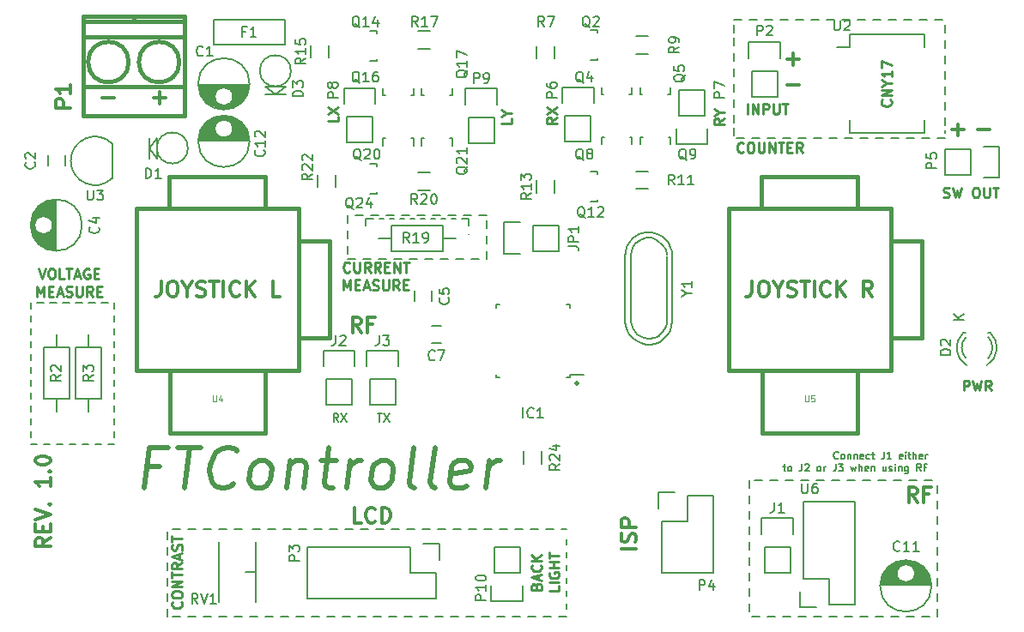
<source format=gto>
G04 #@! TF.GenerationSoftware,KiCad,Pcbnew,(2017-03-02 revision 906ee77db)-makepkg*
G04 #@! TF.CreationDate,2017-03-05T17:57:52+01:00*
G04 #@! TF.ProjectId,FTController,4654436F6E74726F6C6C65722E6B6963,1.0*
G04 #@! TF.FileFunction,Legend,Top*
G04 #@! TF.FilePolarity,Positive*
%FSLAX46Y46*%
G04 Gerber Fmt 4.6, Leading zero omitted, Abs format (unit mm)*
G04 Created by KiCad (PCBNEW (2017-03-02 revision 906ee77db)-makepkg) date 03/05/17 17:57:52*
%MOMM*%
%LPD*%
G01*
G04 APERTURE LIST*
%ADD10C,0.100000*%
%ADD11C,0.300000*%
%ADD12C,0.200000*%
%ADD13C,0.150000*%
%ADD14C,0.250000*%
%ADD15C,0.500000*%
%ADD16C,0.381000*%
%ADD17C,0.124460*%
G04 APERTURE END LIST*
D10*
D11*
X201168000Y-126011714D02*
X201239428Y-126083142D01*
X201168000Y-126154571D01*
X201096571Y-126083142D01*
X201168000Y-126011714D01*
X201168000Y-126154571D01*
X179907428Y-121074571D02*
X179407428Y-120360285D01*
X179050285Y-121074571D02*
X179050285Y-119574571D01*
X179621714Y-119574571D01*
X179764571Y-119646000D01*
X179836000Y-119717428D01*
X179907428Y-119860285D01*
X179907428Y-120074571D01*
X179836000Y-120217428D01*
X179764571Y-120288857D01*
X179621714Y-120360285D01*
X179050285Y-120360285D01*
X181050285Y-120288857D02*
X180550285Y-120288857D01*
X180550285Y-121074571D02*
X180550285Y-119574571D01*
X181264571Y-119574571D01*
D12*
X181508476Y-129101904D02*
X181965619Y-129101904D01*
X181737047Y-129901904D02*
X181737047Y-129101904D01*
X182156095Y-129101904D02*
X182689428Y-129901904D01*
X182689428Y-129101904D02*
X182156095Y-129901904D01*
X177666666Y-129901904D02*
X177400000Y-129520952D01*
X177209523Y-129901904D02*
X177209523Y-129101904D01*
X177514285Y-129101904D01*
X177590476Y-129140000D01*
X177628571Y-129178095D01*
X177666666Y-129254285D01*
X177666666Y-129368571D01*
X177628571Y-129444761D01*
X177590476Y-129482857D01*
X177514285Y-129520952D01*
X177209523Y-129520952D01*
X177933333Y-129101904D02*
X178466666Y-129901904D01*
X178466666Y-129101904D02*
X177933333Y-129901904D01*
D13*
X236728000Y-136144000D02*
X236728000Y-136906000D01*
X232410000Y-135636000D02*
X233172000Y-135636000D01*
X235458000Y-135636000D02*
X236220000Y-135636000D01*
X233172000Y-135636000D02*
X233172000Y-135636000D01*
X230886000Y-135636000D02*
X231648000Y-135636000D01*
X231648000Y-135636000D02*
X231648000Y-135636000D01*
X234696000Y-135636000D02*
X234696000Y-135636000D01*
X233934000Y-135636000D02*
X234696000Y-135636000D01*
X236220000Y-135636000D02*
X236220000Y-135636000D01*
X226314000Y-135636000D02*
X227076000Y-135636000D01*
X229362000Y-135636000D02*
X230124000Y-135636000D01*
X224790000Y-135636000D02*
X225552000Y-135636000D01*
X227838000Y-135636000D02*
X228600000Y-135636000D01*
X230124000Y-135636000D02*
X230124000Y-135636000D01*
X225552000Y-135636000D02*
X225552000Y-135636000D01*
X227076000Y-135636000D02*
X227076000Y-135636000D01*
X228600000Y-135636000D02*
X228600000Y-135636000D01*
X223266000Y-135636000D02*
X224028000Y-135636000D01*
X221742000Y-135636000D02*
X222504000Y-135636000D01*
X222504000Y-135636000D02*
X222504000Y-135636000D01*
X224028000Y-135636000D02*
X224028000Y-135636000D01*
X220980000Y-135636000D02*
X220980000Y-135636000D01*
X220218000Y-135636000D02*
X220980000Y-135636000D01*
X219456000Y-135636000D02*
X219456000Y-135636000D01*
X218694000Y-135636000D02*
X219456000Y-135636000D01*
X236728000Y-141478000D02*
X236728000Y-141478000D01*
X236728000Y-138430000D02*
X236728000Y-138430000D01*
X236728000Y-139954000D02*
X236728000Y-139954000D01*
X236728000Y-140716000D02*
X236728000Y-141478000D01*
X236728000Y-143002000D02*
X236728000Y-143002000D01*
X236728000Y-144526000D02*
X236728000Y-144526000D01*
X236728000Y-143764000D02*
X236728000Y-144526000D01*
X236728000Y-139192000D02*
X236728000Y-139954000D01*
X236728000Y-137668000D02*
X236728000Y-138430000D01*
X236728000Y-142240000D02*
X236728000Y-143002000D01*
X236728000Y-146050000D02*
X236728000Y-146050000D01*
X236728000Y-146812000D02*
X236728000Y-147574000D01*
X236728000Y-148336000D02*
X236728000Y-149098000D01*
X236728000Y-147574000D02*
X236728000Y-147574000D01*
X236728000Y-145288000D02*
X236728000Y-146050000D01*
X228346000Y-149098000D02*
X228346000Y-149098000D01*
X224536000Y-149098000D02*
X225298000Y-149098000D01*
X225298000Y-149098000D02*
X225298000Y-149098000D01*
X227584000Y-149098000D02*
X228346000Y-149098000D01*
X235204000Y-149098000D02*
X235966000Y-149098000D01*
X232156000Y-149098000D02*
X232918000Y-149098000D01*
X229870000Y-149098000D02*
X229870000Y-149098000D01*
X235966000Y-149098000D02*
X235966000Y-149098000D01*
X229108000Y-149098000D02*
X229870000Y-149098000D01*
X233680000Y-149098000D02*
X234442000Y-149098000D01*
X226822000Y-149098000D02*
X226822000Y-149098000D01*
X231394000Y-149098000D02*
X231394000Y-149098000D01*
X234442000Y-149098000D02*
X234442000Y-149098000D01*
X226060000Y-149098000D02*
X226822000Y-149098000D01*
X232918000Y-149098000D02*
X232918000Y-149098000D01*
X230632000Y-149098000D02*
X231394000Y-149098000D01*
X219964000Y-149098000D02*
X220472000Y-149098000D01*
X223012000Y-149098000D02*
X223774000Y-149098000D01*
X220726000Y-149098000D02*
X220726000Y-149098000D01*
X223774000Y-149098000D02*
X223774000Y-149098000D01*
X222250000Y-149098000D02*
X222250000Y-149098000D01*
X221488000Y-149098000D02*
X222250000Y-149098000D01*
X220472000Y-149098000D02*
X220726000Y-149098000D01*
X218440000Y-149098000D02*
X218948000Y-149098000D01*
X218948000Y-149098000D02*
X219202000Y-149098000D01*
X219202000Y-149098000D02*
X219202000Y-149098000D01*
X218186000Y-147828000D02*
X218186000Y-148590000D01*
X218186000Y-145542000D02*
X218186000Y-145542000D01*
X218186000Y-147066000D02*
X218186000Y-147066000D01*
X218186000Y-146304000D02*
X218186000Y-147066000D01*
X218186000Y-144780000D02*
X218186000Y-145542000D01*
X218186000Y-140970000D02*
X218186000Y-140970000D01*
X218186000Y-135636000D02*
X218186000Y-136398000D01*
X218186000Y-140208000D02*
X218186000Y-140970000D01*
X218186000Y-144018000D02*
X218186000Y-144018000D01*
X218186000Y-143256000D02*
X218186000Y-144018000D01*
X218186000Y-138684000D02*
X218186000Y-139446000D01*
X218186000Y-137922000D02*
X218186000Y-137922000D01*
X218186000Y-136398000D02*
X218186000Y-136398000D01*
X218186000Y-142494000D02*
X218186000Y-142494000D01*
X218186000Y-139446000D02*
X218186000Y-139446000D01*
X218186000Y-137160000D02*
X218186000Y-137922000D01*
X218186000Y-141732000D02*
X218186000Y-142494000D01*
D11*
X221932571Y-96627142D02*
X223075428Y-96627142D01*
X221932571Y-94087142D02*
X223075428Y-94087142D01*
X222504000Y-94658571D02*
X222504000Y-93515714D01*
D14*
X217622761Y-103227142D02*
X217575142Y-103274761D01*
X217432285Y-103322380D01*
X217337047Y-103322380D01*
X217194190Y-103274761D01*
X217098952Y-103179523D01*
X217051333Y-103084285D01*
X217003714Y-102893809D01*
X217003714Y-102750952D01*
X217051333Y-102560476D01*
X217098952Y-102465238D01*
X217194190Y-102370000D01*
X217337047Y-102322380D01*
X217432285Y-102322380D01*
X217575142Y-102370000D01*
X217622761Y-102417619D01*
X218241809Y-102322380D02*
X218432285Y-102322380D01*
X218527523Y-102370000D01*
X218622761Y-102465238D01*
X218670380Y-102655714D01*
X218670380Y-102989047D01*
X218622761Y-103179523D01*
X218527523Y-103274761D01*
X218432285Y-103322380D01*
X218241809Y-103322380D01*
X218146571Y-103274761D01*
X218051333Y-103179523D01*
X218003714Y-102989047D01*
X218003714Y-102655714D01*
X218051333Y-102465238D01*
X218146571Y-102370000D01*
X218241809Y-102322380D01*
X219098952Y-102322380D02*
X219098952Y-103131904D01*
X219146571Y-103227142D01*
X219194190Y-103274761D01*
X219289428Y-103322380D01*
X219479904Y-103322380D01*
X219575142Y-103274761D01*
X219622761Y-103227142D01*
X219670380Y-103131904D01*
X219670380Y-102322380D01*
X220146571Y-103322380D02*
X220146571Y-102322380D01*
X220718000Y-103322380D01*
X220718000Y-102322380D01*
X221051333Y-102322380D02*
X221622761Y-102322380D01*
X221337047Y-103322380D02*
X221337047Y-102322380D01*
X221956095Y-102798571D02*
X222289428Y-102798571D01*
X222432285Y-103322380D02*
X221956095Y-103322380D01*
X221956095Y-102322380D01*
X222432285Y-102322380D01*
X223432285Y-103322380D02*
X223098952Y-102846190D01*
X222860857Y-103322380D02*
X222860857Y-102322380D01*
X223241809Y-102322380D01*
X223337047Y-102370000D01*
X223384666Y-102417619D01*
X223432285Y-102512857D01*
X223432285Y-102655714D01*
X223384666Y-102750952D01*
X223337047Y-102798571D01*
X223241809Y-102846190D01*
X222860857Y-102846190D01*
D13*
X216662000Y-93472000D02*
X216662000Y-94234000D01*
X216662000Y-98044000D02*
X216662000Y-98806000D01*
X216662000Y-96520000D02*
X216662000Y-97282000D01*
X216662000Y-94996000D02*
X216662000Y-95758000D01*
X216662000Y-99568000D02*
X216662000Y-100330000D01*
X216662000Y-91948000D02*
X216662000Y-92710000D01*
X216662000Y-91440000D02*
X216662000Y-90678000D01*
X216662000Y-100838000D02*
X216662000Y-101600000D01*
X237490000Y-101346000D02*
X237490000Y-101346000D01*
X237490000Y-101092000D02*
X237490000Y-101346000D01*
X216916000Y-101854000D02*
X217678000Y-101854000D01*
X232156000Y-101854000D02*
X232918000Y-101854000D01*
X236728000Y-101854000D02*
X237490000Y-101854000D01*
X235204000Y-101854000D02*
X235966000Y-101854000D01*
X230632000Y-101854000D02*
X231394000Y-101854000D01*
X218440000Y-101854000D02*
X219202000Y-101854000D01*
X229108000Y-101854000D02*
X229870000Y-101854000D01*
X224536000Y-101854000D02*
X225298000Y-101854000D01*
X223012000Y-101854000D02*
X223774000Y-101854000D01*
X227584000Y-101854000D02*
X228346000Y-101854000D01*
X219964000Y-101854000D02*
X220726000Y-101854000D01*
X233680000Y-101854000D02*
X234442000Y-101854000D01*
X221488000Y-101854000D02*
X222250000Y-101854000D01*
X226060000Y-101854000D02*
X226822000Y-101854000D01*
X237490000Y-100584000D02*
X237490000Y-99822000D01*
X237490000Y-99060000D02*
X237490000Y-98298000D01*
X237490000Y-97536000D02*
X237490000Y-96774000D01*
X237490000Y-96012000D02*
X237490000Y-95250000D01*
X237490000Y-94488000D02*
X237490000Y-93726000D01*
X237490000Y-92964000D02*
X237490000Y-92202000D01*
X237490000Y-91440000D02*
X237490000Y-90678000D01*
X236474000Y-90170000D02*
X237236000Y-90170000D01*
X234950000Y-90170000D02*
X235712000Y-90170000D01*
X230378000Y-90170000D02*
X231140000Y-90170000D01*
X228854000Y-90170000D02*
X229616000Y-90170000D01*
X233426000Y-90170000D02*
X234188000Y-90170000D01*
X231902000Y-90170000D02*
X232664000Y-90170000D01*
X222758000Y-90170000D02*
X223520000Y-90170000D01*
X224282000Y-90170000D02*
X225044000Y-90170000D01*
X225806000Y-90170000D02*
X226568000Y-90170000D01*
X227330000Y-90170000D02*
X228092000Y-90170000D01*
X221234000Y-90170000D02*
X221996000Y-90170000D01*
X219710000Y-90170000D02*
X220472000Y-90170000D01*
X218186000Y-90170000D02*
X218948000Y-90170000D01*
X216662000Y-90170000D02*
X217424000Y-90170000D01*
D14*
X178784571Y-115052142D02*
X178736952Y-115099761D01*
X178594095Y-115147380D01*
X178498857Y-115147380D01*
X178356000Y-115099761D01*
X178260761Y-115004523D01*
X178213142Y-114909285D01*
X178165523Y-114718809D01*
X178165523Y-114575952D01*
X178213142Y-114385476D01*
X178260761Y-114290238D01*
X178356000Y-114195000D01*
X178498857Y-114147380D01*
X178594095Y-114147380D01*
X178736952Y-114195000D01*
X178784571Y-114242619D01*
X179213142Y-114147380D02*
X179213142Y-114956904D01*
X179260761Y-115052142D01*
X179308380Y-115099761D01*
X179403619Y-115147380D01*
X179594095Y-115147380D01*
X179689333Y-115099761D01*
X179736952Y-115052142D01*
X179784571Y-114956904D01*
X179784571Y-114147380D01*
X180832190Y-115147380D02*
X180498857Y-114671190D01*
X180260761Y-115147380D02*
X180260761Y-114147380D01*
X180641714Y-114147380D01*
X180736952Y-114195000D01*
X180784571Y-114242619D01*
X180832190Y-114337857D01*
X180832190Y-114480714D01*
X180784571Y-114575952D01*
X180736952Y-114623571D01*
X180641714Y-114671190D01*
X180260761Y-114671190D01*
X181832190Y-115147380D02*
X181498857Y-114671190D01*
X181260761Y-115147380D02*
X181260761Y-114147380D01*
X181641714Y-114147380D01*
X181736952Y-114195000D01*
X181784571Y-114242619D01*
X181832190Y-114337857D01*
X181832190Y-114480714D01*
X181784571Y-114575952D01*
X181736952Y-114623571D01*
X181641714Y-114671190D01*
X181260761Y-114671190D01*
X182260761Y-114623571D02*
X182594095Y-114623571D01*
X182736952Y-115147380D02*
X182260761Y-115147380D01*
X182260761Y-114147380D01*
X182736952Y-114147380D01*
X183165523Y-115147380D02*
X183165523Y-114147380D01*
X183736952Y-115147380D01*
X183736952Y-114147380D01*
X184070285Y-114147380D02*
X184641714Y-114147380D01*
X184356000Y-115147380D02*
X184356000Y-114147380D01*
X178189333Y-116897380D02*
X178189333Y-115897380D01*
X178522666Y-116611666D01*
X178856000Y-115897380D01*
X178856000Y-116897380D01*
X179332190Y-116373571D02*
X179665523Y-116373571D01*
X179808380Y-116897380D02*
X179332190Y-116897380D01*
X179332190Y-115897380D01*
X179808380Y-115897380D01*
X180189333Y-116611666D02*
X180665523Y-116611666D01*
X180094095Y-116897380D02*
X180427428Y-115897380D01*
X180760761Y-116897380D01*
X181046476Y-116849761D02*
X181189333Y-116897380D01*
X181427428Y-116897380D01*
X181522666Y-116849761D01*
X181570285Y-116802142D01*
X181617904Y-116706904D01*
X181617904Y-116611666D01*
X181570285Y-116516428D01*
X181522666Y-116468809D01*
X181427428Y-116421190D01*
X181236952Y-116373571D01*
X181141714Y-116325952D01*
X181094095Y-116278333D01*
X181046476Y-116183095D01*
X181046476Y-116087857D01*
X181094095Y-115992619D01*
X181141714Y-115945000D01*
X181236952Y-115897380D01*
X181475047Y-115897380D01*
X181617904Y-115945000D01*
X182046476Y-115897380D02*
X182046476Y-116706904D01*
X182094095Y-116802142D01*
X182141714Y-116849761D01*
X182236952Y-116897380D01*
X182427428Y-116897380D01*
X182522666Y-116849761D01*
X182570285Y-116802142D01*
X182617904Y-116706904D01*
X182617904Y-115897380D01*
X183665523Y-116897380D02*
X183332190Y-116421190D01*
X183094095Y-116897380D02*
X183094095Y-115897380D01*
X183475047Y-115897380D01*
X183570285Y-115945000D01*
X183617904Y-115992619D01*
X183665523Y-116087857D01*
X183665523Y-116230714D01*
X183617904Y-116325952D01*
X183570285Y-116373571D01*
X183475047Y-116421190D01*
X183094095Y-116421190D01*
X184094095Y-116373571D02*
X184427428Y-116373571D01*
X184570285Y-116897380D02*
X184094095Y-116897380D01*
X184094095Y-115897380D01*
X184570285Y-115897380D01*
D13*
X178562000Y-112522000D02*
X178562000Y-113284000D01*
X178562000Y-110998000D02*
X178562000Y-111760000D01*
X180086000Y-109474000D02*
X179324000Y-109474000D01*
X181610000Y-109474000D02*
X180848000Y-109474000D01*
X183134000Y-109474000D02*
X182372000Y-109474000D01*
X184658000Y-109474000D02*
X183896000Y-109474000D01*
X186182000Y-109474000D02*
X185420000Y-109474000D01*
X187706000Y-109474000D02*
X186944000Y-109474000D01*
X189230000Y-109474000D02*
X188468000Y-109474000D01*
X190754000Y-109474000D02*
X189992000Y-109474000D01*
X192278000Y-110744000D02*
X192278000Y-109982000D01*
X192278000Y-112268000D02*
X192278000Y-111506000D01*
X190754000Y-113792000D02*
X191516000Y-113792000D01*
X189230000Y-113792000D02*
X189992000Y-113792000D01*
X187706000Y-113792000D02*
X188468000Y-113792000D01*
X186182000Y-113792000D02*
X186944000Y-113792000D01*
X184658000Y-113792000D02*
X185420000Y-113792000D01*
X183134000Y-113792000D02*
X183896000Y-113792000D01*
X181610000Y-113792000D02*
X182372000Y-113792000D01*
X180086000Y-113792000D02*
X180848000Y-113792000D01*
X178562000Y-113792000D02*
X179324000Y-113792000D01*
X161290000Y-149098000D02*
X161798000Y-149098000D01*
X162052000Y-149098000D02*
X162052000Y-149098000D01*
X161798000Y-149098000D02*
X162052000Y-149098000D01*
X161290000Y-140462000D02*
X162052000Y-140462000D01*
X200152000Y-140462000D02*
X200152000Y-140462000D01*
X199644000Y-140462000D02*
X200152000Y-140462000D01*
X198120000Y-140462000D02*
X198882000Y-140462000D01*
X196596000Y-140462000D02*
X197358000Y-140462000D01*
X195072000Y-140462000D02*
X195834000Y-140462000D01*
X193548000Y-140462000D02*
X194310000Y-140462000D01*
X192024000Y-140462000D02*
X192786000Y-140462000D01*
X190500000Y-140462000D02*
X191262000Y-140462000D01*
X188976000Y-140462000D02*
X189738000Y-140462000D01*
X187452000Y-140462000D02*
X188214000Y-140462000D01*
X185928000Y-140462000D02*
X186690000Y-140462000D01*
X184404000Y-140462000D02*
X185166000Y-140462000D01*
X182880000Y-140462000D02*
X183642000Y-140462000D01*
X181356000Y-140462000D02*
X182118000Y-140462000D01*
X179832000Y-140462000D02*
X180594000Y-140462000D01*
X178308000Y-140462000D02*
X179070000Y-140462000D01*
X176784000Y-140462000D02*
X177546000Y-140462000D01*
X175260000Y-140462000D02*
X176022000Y-140462000D01*
X173736000Y-140462000D02*
X174498000Y-140462000D01*
X172212000Y-140462000D02*
X172974000Y-140462000D01*
X170688000Y-140462000D02*
X171450000Y-140462000D01*
X169164000Y-140462000D02*
X169926000Y-140462000D01*
X167386000Y-140462000D02*
X168148000Y-140462000D01*
X165862000Y-140462000D02*
X166624000Y-140462000D01*
X164338000Y-140462000D02*
X165100000Y-140462000D01*
X162814000Y-140462000D02*
X163576000Y-140462000D01*
X200152000Y-141986000D02*
X200152000Y-141478000D01*
X200152000Y-143256000D02*
X200152000Y-142748000D01*
X200152000Y-144526000D02*
X200152000Y-144018000D01*
X200152000Y-145796000D02*
X200152000Y-145288000D01*
X200152000Y-147066000D02*
X200152000Y-146558000D01*
X200152000Y-147828000D02*
X200152000Y-147828000D01*
X200152000Y-148336000D02*
X200152000Y-147828000D01*
X199390000Y-149098000D02*
X200152000Y-149098000D01*
X197866000Y-149098000D02*
X198628000Y-149098000D01*
X196342000Y-149098000D02*
X197104000Y-149098000D01*
X194818000Y-149098000D02*
X195580000Y-149098000D01*
X193294000Y-149098000D02*
X194056000Y-149098000D01*
X191770000Y-149098000D02*
X192532000Y-149098000D01*
X190246000Y-149098000D02*
X191008000Y-149098000D01*
X188722000Y-149098000D02*
X189484000Y-149098000D01*
X187198000Y-149098000D02*
X187960000Y-149098000D01*
X185674000Y-149098000D02*
X186436000Y-149098000D01*
X184150000Y-149098000D02*
X184912000Y-149098000D01*
X182626000Y-149098000D02*
X183388000Y-149098000D01*
X181102000Y-149098000D02*
X181864000Y-149098000D01*
X179578000Y-149098000D02*
X180340000Y-149098000D01*
X180340000Y-149098000D02*
X180340000Y-149098000D01*
X178054000Y-149098000D02*
X178816000Y-149098000D01*
X178816000Y-149098000D02*
X178816000Y-149098000D01*
X176530000Y-149098000D02*
X177292000Y-149098000D01*
X177292000Y-149098000D02*
X177292000Y-149098000D01*
X175768000Y-149098000D02*
X175768000Y-149098000D01*
X175006000Y-149098000D02*
X175768000Y-149098000D01*
X174244000Y-149098000D02*
X174244000Y-149098000D01*
X173482000Y-149098000D02*
X174244000Y-149098000D01*
X172720000Y-149098000D02*
X172720000Y-149098000D01*
X171958000Y-149098000D02*
X172720000Y-149098000D01*
X171196000Y-149098000D02*
X171196000Y-149098000D01*
X170434000Y-149098000D02*
X171196000Y-149098000D01*
X168910000Y-149098000D02*
X169672000Y-149098000D01*
X169672000Y-149098000D02*
X169672000Y-149098000D01*
X168148000Y-149098000D02*
X168148000Y-149098000D01*
X167386000Y-149098000D02*
X168148000Y-149098000D01*
X166624000Y-149098000D02*
X166624000Y-149098000D01*
X165862000Y-149098000D02*
X166624000Y-149098000D01*
X165100000Y-149098000D02*
X165100000Y-149098000D01*
X164338000Y-149098000D02*
X165100000Y-149098000D01*
X163576000Y-149098000D02*
X163576000Y-149098000D01*
X163322000Y-149098000D02*
X163576000Y-149098000D01*
X162814000Y-149098000D02*
X163322000Y-149098000D01*
X160782000Y-149098000D02*
X160782000Y-149098000D01*
X160782000Y-148336000D02*
X160782000Y-149098000D01*
X160782000Y-147574000D02*
X160782000Y-147574000D01*
X160782000Y-146812000D02*
X160782000Y-147574000D01*
X160782000Y-146050000D02*
X160782000Y-146050000D01*
X160782000Y-145288000D02*
X160782000Y-146050000D01*
X160782000Y-144526000D02*
X160782000Y-144526000D01*
X160782000Y-143764000D02*
X160782000Y-144526000D01*
X160782000Y-143002000D02*
X160782000Y-143002000D01*
X160782000Y-142240000D02*
X160782000Y-143002000D01*
X160782000Y-141478000D02*
X160782000Y-141478000D01*
X160782000Y-140716000D02*
X160782000Y-141478000D01*
D11*
X154368571Y-97897142D02*
X155511428Y-97897142D01*
D13*
X180340000Y-109855000D02*
X180340000Y-109855000D01*
X180467000Y-109855000D02*
X180340000Y-109855000D01*
X180594000Y-109855000D02*
X180594000Y-109855000D01*
X180721000Y-109855000D02*
X180594000Y-109855000D01*
X180467000Y-109855000D02*
X180467000Y-109855000D01*
X180594000Y-109855000D02*
X180467000Y-109855000D01*
X180340000Y-109855000D02*
X180340000Y-109855000D01*
X180340000Y-110109000D02*
X180340000Y-109855000D01*
X180721000Y-109855000D02*
X180721000Y-109855000D01*
X181102000Y-109855000D02*
X180721000Y-109855000D01*
X181737000Y-109855000D02*
X181737000Y-109855000D01*
X182118000Y-109855000D02*
X181737000Y-109855000D01*
X182753000Y-109855000D02*
X182753000Y-109855000D01*
X182753000Y-109855000D02*
X182753000Y-109855000D01*
X183134000Y-109855000D02*
X182753000Y-109855000D01*
X183769000Y-109855000D02*
X183769000Y-109855000D01*
X184150000Y-109855000D02*
X183769000Y-109855000D01*
X184785000Y-109855000D02*
X184785000Y-109855000D01*
X185166000Y-109855000D02*
X184785000Y-109855000D01*
X185801000Y-109855000D02*
X185801000Y-109855000D01*
X186182000Y-109855000D02*
X185801000Y-109855000D01*
X186817000Y-109855000D02*
X186817000Y-109855000D01*
X187198000Y-109855000D02*
X186817000Y-109855000D01*
X187833000Y-109855000D02*
X187833000Y-109855000D01*
X188214000Y-109855000D02*
X187833000Y-109855000D01*
X188849000Y-109855000D02*
X188849000Y-109855000D01*
X189230000Y-109855000D02*
X188849000Y-109855000D01*
X189865000Y-109855000D02*
X189865000Y-109855000D01*
X190500000Y-109855000D02*
X189865000Y-109855000D01*
X190500000Y-109855000D02*
X190500000Y-109855000D01*
X190500000Y-110109000D02*
X190500000Y-109855000D01*
X190500000Y-110490000D02*
X190500000Y-110490000D01*
X190500000Y-110109000D02*
X190500000Y-110490000D01*
X180340000Y-110490000D02*
X180340000Y-110490000D01*
X180340000Y-110109000D02*
X180340000Y-110490000D01*
X190500000Y-111379000D02*
X190500000Y-111379000D01*
X190500000Y-110109000D02*
X190500000Y-110109000D01*
X148590000Y-118110000D02*
X147955000Y-118110000D01*
X149860000Y-118110000D02*
X149225000Y-118110000D01*
X151130000Y-118110000D02*
X150495000Y-118110000D01*
X152400000Y-118110000D02*
X151765000Y-118110000D01*
X153670000Y-118110000D02*
X153035000Y-118110000D01*
X154305000Y-118110000D02*
X154940000Y-118110000D01*
X155575000Y-118745000D02*
X155575000Y-118110000D01*
X155575000Y-120015000D02*
X155575000Y-119380000D01*
X155575000Y-121285000D02*
X155575000Y-120650000D01*
X155575000Y-122555000D02*
X155575000Y-121920000D01*
X155575000Y-123825000D02*
X155575000Y-123190000D01*
X155575000Y-125095000D02*
X155575000Y-124460000D01*
X155575000Y-126365000D02*
X155575000Y-125730000D01*
X155575000Y-127635000D02*
X155575000Y-127000000D01*
X155575000Y-128905000D02*
X155575000Y-128270000D01*
X155575000Y-130175000D02*
X155575000Y-129540000D01*
X155575000Y-131445000D02*
X155575000Y-130810000D01*
X154940000Y-132080000D02*
X155575000Y-132080000D01*
X153670000Y-132080000D02*
X154305000Y-132080000D01*
X152400000Y-132080000D02*
X153035000Y-132080000D01*
X151130000Y-132080000D02*
X151765000Y-132080000D01*
X149860000Y-132080000D02*
X150495000Y-132080000D01*
X148590000Y-132080000D02*
X149225000Y-132080000D01*
X147320000Y-132080000D02*
X147955000Y-132080000D01*
X147320000Y-130810000D02*
X147320000Y-131445000D01*
X147320000Y-129540000D02*
X147320000Y-130175000D01*
X147320000Y-128270000D02*
X147320000Y-128905000D01*
X147320000Y-127000000D02*
X147320000Y-127635000D01*
X147320000Y-125730000D02*
X147320000Y-126365000D01*
X147320000Y-124460000D02*
X147320000Y-125095000D01*
X147320000Y-123190000D02*
X147320000Y-123825000D01*
X147320000Y-121920000D02*
X147320000Y-122555000D01*
X147320000Y-121285000D02*
X147320000Y-121285000D01*
X147320000Y-120650000D02*
X147320000Y-121285000D01*
X147320000Y-120015000D02*
X147320000Y-120015000D01*
X147320000Y-119380000D02*
X147320000Y-120015000D01*
X226968500Y-133508000D02*
X226935166Y-133541333D01*
X226835166Y-133574666D01*
X226768500Y-133574666D01*
X226668500Y-133541333D01*
X226601833Y-133474666D01*
X226568500Y-133408000D01*
X226535166Y-133274666D01*
X226535166Y-133174666D01*
X226568500Y-133041333D01*
X226601833Y-132974666D01*
X226668500Y-132908000D01*
X226768500Y-132874666D01*
X226835166Y-132874666D01*
X226935166Y-132908000D01*
X226968500Y-132941333D01*
X227368500Y-133574666D02*
X227301833Y-133541333D01*
X227268500Y-133508000D01*
X227235166Y-133441333D01*
X227235166Y-133241333D01*
X227268500Y-133174666D01*
X227301833Y-133141333D01*
X227368500Y-133108000D01*
X227468500Y-133108000D01*
X227535166Y-133141333D01*
X227568500Y-133174666D01*
X227601833Y-133241333D01*
X227601833Y-133441333D01*
X227568500Y-133508000D01*
X227535166Y-133541333D01*
X227468500Y-133574666D01*
X227368500Y-133574666D01*
X227901833Y-133108000D02*
X227901833Y-133574666D01*
X227901833Y-133174666D02*
X227935166Y-133141333D01*
X228001833Y-133108000D01*
X228101833Y-133108000D01*
X228168500Y-133141333D01*
X228201833Y-133208000D01*
X228201833Y-133574666D01*
X228535166Y-133108000D02*
X228535166Y-133574666D01*
X228535166Y-133174666D02*
X228568500Y-133141333D01*
X228635166Y-133108000D01*
X228735166Y-133108000D01*
X228801833Y-133141333D01*
X228835166Y-133208000D01*
X228835166Y-133574666D01*
X229435166Y-133541333D02*
X229368500Y-133574666D01*
X229235166Y-133574666D01*
X229168500Y-133541333D01*
X229135166Y-133474666D01*
X229135166Y-133208000D01*
X229168500Y-133141333D01*
X229235166Y-133108000D01*
X229368500Y-133108000D01*
X229435166Y-133141333D01*
X229468500Y-133208000D01*
X229468500Y-133274666D01*
X229135166Y-133341333D01*
X230068500Y-133541333D02*
X230001833Y-133574666D01*
X229868500Y-133574666D01*
X229801833Y-133541333D01*
X229768500Y-133508000D01*
X229735166Y-133441333D01*
X229735166Y-133241333D01*
X229768500Y-133174666D01*
X229801833Y-133141333D01*
X229868500Y-133108000D01*
X230001833Y-133108000D01*
X230068500Y-133141333D01*
X230268500Y-133108000D02*
X230535166Y-133108000D01*
X230368500Y-132874666D02*
X230368500Y-133474666D01*
X230401833Y-133541333D01*
X230468500Y-133574666D01*
X230535166Y-133574666D01*
X231501833Y-132874666D02*
X231501833Y-133374666D01*
X231468500Y-133474666D01*
X231401833Y-133541333D01*
X231301833Y-133574666D01*
X231235166Y-133574666D01*
X232201833Y-133574666D02*
X231801833Y-133574666D01*
X232001833Y-133574666D02*
X232001833Y-132874666D01*
X231935166Y-132974666D01*
X231868500Y-133041333D01*
X231801833Y-133074666D01*
X233301833Y-133541333D02*
X233235166Y-133574666D01*
X233101833Y-133574666D01*
X233035166Y-133541333D01*
X233001833Y-133474666D01*
X233001833Y-133208000D01*
X233035166Y-133141333D01*
X233101833Y-133108000D01*
X233235166Y-133108000D01*
X233301833Y-133141333D01*
X233335166Y-133208000D01*
X233335166Y-133274666D01*
X233001833Y-133341333D01*
X233635166Y-133574666D02*
X233635166Y-133108000D01*
X233635166Y-132874666D02*
X233601833Y-132908000D01*
X233635166Y-132941333D01*
X233668500Y-132908000D01*
X233635166Y-132874666D01*
X233635166Y-132941333D01*
X233868500Y-133108000D02*
X234135166Y-133108000D01*
X233968500Y-132874666D02*
X233968500Y-133474666D01*
X234001833Y-133541333D01*
X234068500Y-133574666D01*
X234135166Y-133574666D01*
X234368500Y-133574666D02*
X234368500Y-132874666D01*
X234668500Y-133574666D02*
X234668500Y-133208000D01*
X234635166Y-133141333D01*
X234568500Y-133108000D01*
X234468500Y-133108000D01*
X234401833Y-133141333D01*
X234368500Y-133174666D01*
X235268500Y-133541333D02*
X235201833Y-133574666D01*
X235068500Y-133574666D01*
X235001833Y-133541333D01*
X234968500Y-133474666D01*
X234968500Y-133208000D01*
X235001833Y-133141333D01*
X235068500Y-133108000D01*
X235201833Y-133108000D01*
X235268500Y-133141333D01*
X235301833Y-133208000D01*
X235301833Y-133274666D01*
X234968500Y-133341333D01*
X235601833Y-133574666D02*
X235601833Y-133108000D01*
X235601833Y-133241333D02*
X235635166Y-133174666D01*
X235668500Y-133141333D01*
X235735166Y-133108000D01*
X235801833Y-133108000D01*
X221535166Y-134308000D02*
X221801833Y-134308000D01*
X221635166Y-134074666D02*
X221635166Y-134674666D01*
X221668500Y-134741333D01*
X221735166Y-134774666D01*
X221801833Y-134774666D01*
X222135166Y-134774666D02*
X222068500Y-134741333D01*
X222035166Y-134708000D01*
X222001833Y-134641333D01*
X222001833Y-134441333D01*
X222035166Y-134374666D01*
X222068500Y-134341333D01*
X222135166Y-134308000D01*
X222235166Y-134308000D01*
X222301833Y-134341333D01*
X222335166Y-134374666D01*
X222368500Y-134441333D01*
X222368500Y-134641333D01*
X222335166Y-134708000D01*
X222301833Y-134741333D01*
X222235166Y-134774666D01*
X222135166Y-134774666D01*
X223401833Y-134074666D02*
X223401833Y-134574666D01*
X223368500Y-134674666D01*
X223301833Y-134741333D01*
X223201833Y-134774666D01*
X223135166Y-134774666D01*
X223701833Y-134141333D02*
X223735166Y-134108000D01*
X223801833Y-134074666D01*
X223968500Y-134074666D01*
X224035166Y-134108000D01*
X224068500Y-134141333D01*
X224101833Y-134208000D01*
X224101833Y-134274666D01*
X224068500Y-134374666D01*
X223668500Y-134774666D01*
X224101833Y-134774666D01*
X225035166Y-134774666D02*
X224968500Y-134741333D01*
X224935166Y-134708000D01*
X224901833Y-134641333D01*
X224901833Y-134441333D01*
X224935166Y-134374666D01*
X224968500Y-134341333D01*
X225035166Y-134308000D01*
X225135166Y-134308000D01*
X225201833Y-134341333D01*
X225235166Y-134374666D01*
X225268500Y-134441333D01*
X225268500Y-134641333D01*
X225235166Y-134708000D01*
X225201833Y-134741333D01*
X225135166Y-134774666D01*
X225035166Y-134774666D01*
X225568500Y-134774666D02*
X225568500Y-134308000D01*
X225568500Y-134441333D02*
X225601833Y-134374666D01*
X225635166Y-134341333D01*
X225701833Y-134308000D01*
X225768500Y-134308000D01*
X226735166Y-134074666D02*
X226735166Y-134574666D01*
X226701833Y-134674666D01*
X226635166Y-134741333D01*
X226535166Y-134774666D01*
X226468500Y-134774666D01*
X227001833Y-134074666D02*
X227435166Y-134074666D01*
X227201833Y-134341333D01*
X227301833Y-134341333D01*
X227368500Y-134374666D01*
X227401833Y-134408000D01*
X227435166Y-134474666D01*
X227435166Y-134641333D01*
X227401833Y-134708000D01*
X227368500Y-134741333D01*
X227301833Y-134774666D01*
X227101833Y-134774666D01*
X227035166Y-134741333D01*
X227001833Y-134708000D01*
X228201833Y-134308000D02*
X228335166Y-134774666D01*
X228468500Y-134441333D01*
X228601833Y-134774666D01*
X228735166Y-134308000D01*
X229001833Y-134774666D02*
X229001833Y-134074666D01*
X229301833Y-134774666D02*
X229301833Y-134408000D01*
X229268500Y-134341333D01*
X229201833Y-134308000D01*
X229101833Y-134308000D01*
X229035166Y-134341333D01*
X229001833Y-134374666D01*
X229901833Y-134741333D02*
X229835166Y-134774666D01*
X229701833Y-134774666D01*
X229635166Y-134741333D01*
X229601833Y-134674666D01*
X229601833Y-134408000D01*
X229635166Y-134341333D01*
X229701833Y-134308000D01*
X229835166Y-134308000D01*
X229901833Y-134341333D01*
X229935166Y-134408000D01*
X229935166Y-134474666D01*
X229601833Y-134541333D01*
X230235166Y-134308000D02*
X230235166Y-134774666D01*
X230235166Y-134374666D02*
X230268500Y-134341333D01*
X230335166Y-134308000D01*
X230435166Y-134308000D01*
X230501833Y-134341333D01*
X230535166Y-134408000D01*
X230535166Y-134774666D01*
X231701833Y-134308000D02*
X231701833Y-134774666D01*
X231401833Y-134308000D02*
X231401833Y-134674666D01*
X231435166Y-134741333D01*
X231501833Y-134774666D01*
X231601833Y-134774666D01*
X231668500Y-134741333D01*
X231701833Y-134708000D01*
X232001833Y-134741333D02*
X232068500Y-134774666D01*
X232201833Y-134774666D01*
X232268500Y-134741333D01*
X232301833Y-134674666D01*
X232301833Y-134641333D01*
X232268500Y-134574666D01*
X232201833Y-134541333D01*
X232101833Y-134541333D01*
X232035166Y-134508000D01*
X232001833Y-134441333D01*
X232001833Y-134408000D01*
X232035166Y-134341333D01*
X232101833Y-134308000D01*
X232201833Y-134308000D01*
X232268500Y-134341333D01*
X232601833Y-134774666D02*
X232601833Y-134308000D01*
X232601833Y-134074666D02*
X232568500Y-134108000D01*
X232601833Y-134141333D01*
X232635166Y-134108000D01*
X232601833Y-134074666D01*
X232601833Y-134141333D01*
X232935166Y-134308000D02*
X232935166Y-134774666D01*
X232935166Y-134374666D02*
X232968500Y-134341333D01*
X233035166Y-134308000D01*
X233135166Y-134308000D01*
X233201833Y-134341333D01*
X233235166Y-134408000D01*
X233235166Y-134774666D01*
X233868500Y-134308000D02*
X233868500Y-134874666D01*
X233835166Y-134941333D01*
X233801833Y-134974666D01*
X233735166Y-135008000D01*
X233635166Y-135008000D01*
X233568500Y-134974666D01*
X233868500Y-134741333D02*
X233801833Y-134774666D01*
X233668500Y-134774666D01*
X233601833Y-134741333D01*
X233568500Y-134708000D01*
X233535166Y-134641333D01*
X233535166Y-134441333D01*
X233568500Y-134374666D01*
X233601833Y-134341333D01*
X233668500Y-134308000D01*
X233801833Y-134308000D01*
X233868500Y-134341333D01*
X235135166Y-134774666D02*
X234901833Y-134441333D01*
X234735166Y-134774666D02*
X234735166Y-134074666D01*
X235001833Y-134074666D01*
X235068500Y-134108000D01*
X235101833Y-134141333D01*
X235135166Y-134208000D01*
X235135166Y-134308000D01*
X235101833Y-134374666D01*
X235068500Y-134408000D01*
X235001833Y-134441333D01*
X234735166Y-134441333D01*
X235668500Y-134408000D02*
X235435166Y-134408000D01*
X235435166Y-134774666D02*
X235435166Y-134074666D01*
X235768500Y-134074666D01*
X178562000Y-109474000D02*
X178562000Y-110236000D01*
X192278000Y-109474000D02*
X191516000Y-109474000D01*
X192278000Y-113792000D02*
X192278000Y-113030000D01*
D14*
X148106190Y-114782380D02*
X148439523Y-115782380D01*
X148772857Y-114782380D01*
X149296666Y-114782380D02*
X149487142Y-114782380D01*
X149582380Y-114830000D01*
X149677619Y-114925238D01*
X149725238Y-115115714D01*
X149725238Y-115449047D01*
X149677619Y-115639523D01*
X149582380Y-115734761D01*
X149487142Y-115782380D01*
X149296666Y-115782380D01*
X149201428Y-115734761D01*
X149106190Y-115639523D01*
X149058571Y-115449047D01*
X149058571Y-115115714D01*
X149106190Y-114925238D01*
X149201428Y-114830000D01*
X149296666Y-114782380D01*
X150630000Y-115782380D02*
X150153809Y-115782380D01*
X150153809Y-114782380D01*
X150820476Y-114782380D02*
X151391904Y-114782380D01*
X151106190Y-115782380D02*
X151106190Y-114782380D01*
X151677619Y-115496666D02*
X152153809Y-115496666D01*
X151582380Y-115782380D02*
X151915714Y-114782380D01*
X152249047Y-115782380D01*
X153106190Y-114830000D02*
X153010952Y-114782380D01*
X152868095Y-114782380D01*
X152725238Y-114830000D01*
X152630000Y-114925238D01*
X152582380Y-115020476D01*
X152534761Y-115210952D01*
X152534761Y-115353809D01*
X152582380Y-115544285D01*
X152630000Y-115639523D01*
X152725238Y-115734761D01*
X152868095Y-115782380D01*
X152963333Y-115782380D01*
X153106190Y-115734761D01*
X153153809Y-115687142D01*
X153153809Y-115353809D01*
X152963333Y-115353809D01*
X153582380Y-115258571D02*
X153915714Y-115258571D01*
X154058571Y-115782380D02*
X153582380Y-115782380D01*
X153582380Y-114782380D01*
X154058571Y-114782380D01*
X147963333Y-117532380D02*
X147963333Y-116532380D01*
X148296666Y-117246666D01*
X148630000Y-116532380D01*
X148630000Y-117532380D01*
X149106190Y-117008571D02*
X149439523Y-117008571D01*
X149582380Y-117532380D02*
X149106190Y-117532380D01*
X149106190Y-116532380D01*
X149582380Y-116532380D01*
X149963333Y-117246666D02*
X150439523Y-117246666D01*
X149868095Y-117532380D02*
X150201428Y-116532380D01*
X150534761Y-117532380D01*
X150820476Y-117484761D02*
X150963333Y-117532380D01*
X151201428Y-117532380D01*
X151296666Y-117484761D01*
X151344285Y-117437142D01*
X151391904Y-117341904D01*
X151391904Y-117246666D01*
X151344285Y-117151428D01*
X151296666Y-117103809D01*
X151201428Y-117056190D01*
X151010952Y-117008571D01*
X150915714Y-116960952D01*
X150868095Y-116913333D01*
X150820476Y-116818095D01*
X150820476Y-116722857D01*
X150868095Y-116627619D01*
X150915714Y-116580000D01*
X151010952Y-116532380D01*
X151249047Y-116532380D01*
X151391904Y-116580000D01*
X151820476Y-116532380D02*
X151820476Y-117341904D01*
X151868095Y-117437142D01*
X151915714Y-117484761D01*
X152010952Y-117532380D01*
X152201428Y-117532380D01*
X152296666Y-117484761D01*
X152344285Y-117437142D01*
X152391904Y-117341904D01*
X152391904Y-116532380D01*
X153439523Y-117532380D02*
X153106190Y-117056190D01*
X152868095Y-117532380D02*
X152868095Y-116532380D01*
X153249047Y-116532380D01*
X153344285Y-116580000D01*
X153391904Y-116627619D01*
X153439523Y-116722857D01*
X153439523Y-116865714D01*
X153391904Y-116960952D01*
X153344285Y-117008571D01*
X153249047Y-117056190D01*
X152868095Y-117056190D01*
X153868095Y-117008571D02*
X154201428Y-117008571D01*
X154344285Y-117532380D02*
X153868095Y-117532380D01*
X153868095Y-116532380D01*
X154344285Y-116532380D01*
D13*
X147320000Y-118745000D02*
X147320000Y-118745000D01*
X147320000Y-118110000D02*
X147320000Y-118745000D01*
D11*
X234771428Y-137838571D02*
X234271428Y-137124285D01*
X233914285Y-137838571D02*
X233914285Y-136338571D01*
X234485714Y-136338571D01*
X234628571Y-136410000D01*
X234700000Y-136481428D01*
X234771428Y-136624285D01*
X234771428Y-136838571D01*
X234700000Y-136981428D01*
X234628571Y-137052857D01*
X234485714Y-137124285D01*
X233914285Y-137124285D01*
X235914285Y-137052857D02*
X235414285Y-137052857D01*
X235414285Y-137838571D02*
X235414285Y-136338571D01*
X236128571Y-136338571D01*
D14*
X232132142Y-98115238D02*
X232179761Y-98162857D01*
X232227380Y-98305714D01*
X232227380Y-98400952D01*
X232179761Y-98543809D01*
X232084523Y-98639047D01*
X231989285Y-98686666D01*
X231798809Y-98734285D01*
X231655952Y-98734285D01*
X231465476Y-98686666D01*
X231370238Y-98639047D01*
X231275000Y-98543809D01*
X231227380Y-98400952D01*
X231227380Y-98305714D01*
X231275000Y-98162857D01*
X231322619Y-98115238D01*
X232227380Y-97686666D02*
X231227380Y-97686666D01*
X232227380Y-97115238D01*
X231227380Y-97115238D01*
X231751190Y-96448571D02*
X232227380Y-96448571D01*
X231227380Y-96781904D02*
X231751190Y-96448571D01*
X231227380Y-96115238D01*
X232227380Y-95258095D02*
X232227380Y-95829523D01*
X232227380Y-95543809D02*
X231227380Y-95543809D01*
X231370238Y-95639047D01*
X231465476Y-95734285D01*
X231513095Y-95829523D01*
X231227380Y-94924761D02*
X231227380Y-94258095D01*
X232227380Y-94686666D01*
X177617380Y-99734666D02*
X177617380Y-100210857D01*
X176617380Y-100210857D01*
X176617380Y-99496571D02*
X177617380Y-98829904D01*
X176617380Y-98829904D02*
X177617380Y-99496571D01*
X194762380Y-99941047D02*
X194762380Y-100417238D01*
X193762380Y-100417238D01*
X194286190Y-99417238D02*
X194762380Y-99417238D01*
X193762380Y-99750571D02*
X194286190Y-99417238D01*
X193762380Y-99083904D01*
X239331666Y-126817380D02*
X239331666Y-125817380D01*
X239712619Y-125817380D01*
X239807857Y-125865000D01*
X239855476Y-125912619D01*
X239903095Y-126007857D01*
X239903095Y-126150714D01*
X239855476Y-126245952D01*
X239807857Y-126293571D01*
X239712619Y-126341190D01*
X239331666Y-126341190D01*
X240236428Y-125817380D02*
X240474523Y-126817380D01*
X240665000Y-126103095D01*
X240855476Y-126817380D01*
X241093571Y-125817380D01*
X242045952Y-126817380D02*
X241712619Y-126341190D01*
X241474523Y-126817380D02*
X241474523Y-125817380D01*
X241855476Y-125817380D01*
X241950714Y-125865000D01*
X241998333Y-125912619D01*
X242045952Y-126007857D01*
X242045952Y-126150714D01*
X241998333Y-126245952D01*
X241950714Y-126293571D01*
X241855476Y-126341190D01*
X241474523Y-126341190D01*
X237363333Y-107719761D02*
X237506190Y-107767380D01*
X237744285Y-107767380D01*
X237839523Y-107719761D01*
X237887142Y-107672142D01*
X237934761Y-107576904D01*
X237934761Y-107481666D01*
X237887142Y-107386428D01*
X237839523Y-107338809D01*
X237744285Y-107291190D01*
X237553809Y-107243571D01*
X237458571Y-107195952D01*
X237410952Y-107148333D01*
X237363333Y-107053095D01*
X237363333Y-106957857D01*
X237410952Y-106862619D01*
X237458571Y-106815000D01*
X237553809Y-106767380D01*
X237791904Y-106767380D01*
X237934761Y-106815000D01*
X238268095Y-106767380D02*
X238506190Y-107767380D01*
X238696666Y-107053095D01*
X238887142Y-107767380D01*
X239125238Y-106767380D01*
X240458571Y-106767380D02*
X240649047Y-106767380D01*
X240744285Y-106815000D01*
X240839523Y-106910238D01*
X240887142Y-107100714D01*
X240887142Y-107434047D01*
X240839523Y-107624523D01*
X240744285Y-107719761D01*
X240649047Y-107767380D01*
X240458571Y-107767380D01*
X240363333Y-107719761D01*
X240268095Y-107624523D01*
X240220476Y-107434047D01*
X240220476Y-107100714D01*
X240268095Y-106910238D01*
X240363333Y-106815000D01*
X240458571Y-106767380D01*
X241315714Y-106767380D02*
X241315714Y-107576904D01*
X241363333Y-107672142D01*
X241410952Y-107719761D01*
X241506190Y-107767380D01*
X241696666Y-107767380D01*
X241791904Y-107719761D01*
X241839523Y-107672142D01*
X241887142Y-107576904D01*
X241887142Y-106767380D01*
X242220476Y-106767380D02*
X242791904Y-106767380D01*
X242506190Y-107767380D02*
X242506190Y-106767380D01*
D11*
X240728571Y-101072142D02*
X241871428Y-101072142D01*
X238188571Y-101072142D02*
X239331428Y-101072142D01*
X238760000Y-101643571D02*
X238760000Y-100500714D01*
X149268571Y-141366428D02*
X148554285Y-141866428D01*
X149268571Y-142223571D02*
X147768571Y-142223571D01*
X147768571Y-141652142D01*
X147840000Y-141509285D01*
X147911428Y-141437857D01*
X148054285Y-141366428D01*
X148268571Y-141366428D01*
X148411428Y-141437857D01*
X148482857Y-141509285D01*
X148554285Y-141652142D01*
X148554285Y-142223571D01*
X148482857Y-140723571D02*
X148482857Y-140223571D01*
X149268571Y-140009285D02*
X149268571Y-140723571D01*
X147768571Y-140723571D01*
X147768571Y-140009285D01*
X147768571Y-139580714D02*
X149268571Y-139080714D01*
X147768571Y-138580714D01*
X149125714Y-138080714D02*
X149197142Y-138009285D01*
X149268571Y-138080714D01*
X149197142Y-138152142D01*
X149125714Y-138080714D01*
X149268571Y-138080714D01*
X149268571Y-135437857D02*
X149268571Y-136295000D01*
X149268571Y-135866428D02*
X147768571Y-135866428D01*
X147982857Y-136009285D01*
X148125714Y-136152142D01*
X148197142Y-136295000D01*
X149125714Y-134795000D02*
X149197142Y-134723571D01*
X149268571Y-134795000D01*
X149197142Y-134866428D01*
X149125714Y-134795000D01*
X149268571Y-134795000D01*
X147768571Y-133795000D02*
X147768571Y-133652142D01*
X147840000Y-133509285D01*
X147911428Y-133437857D01*
X148054285Y-133366428D01*
X148340000Y-133295000D01*
X148697142Y-133295000D01*
X148982857Y-133366428D01*
X149125714Y-133437857D01*
X149197142Y-133509285D01*
X149268571Y-133652142D01*
X149268571Y-133795000D01*
X149197142Y-133937857D01*
X149125714Y-134009285D01*
X148982857Y-134080714D01*
X148697142Y-134152142D01*
X148340000Y-134152142D01*
X148054285Y-134080714D01*
X147911428Y-134009285D01*
X147840000Y-133937857D01*
X147768571Y-133795000D01*
D15*
X160080565Y-134334285D02*
X158747232Y-134334285D01*
X158485327Y-136429523D02*
X158985327Y-132429523D01*
X160890089Y-132429523D01*
X161842470Y-132429523D02*
X164128184Y-132429523D01*
X162485327Y-136429523D02*
X162985327Y-132429523D01*
X167294851Y-136048571D02*
X167080565Y-136239047D01*
X166485327Y-136429523D01*
X166104375Y-136429523D01*
X165556755Y-136239047D01*
X165223422Y-135858095D01*
X165080565Y-135477142D01*
X164985327Y-134715238D01*
X165056755Y-134143809D01*
X165342470Y-133381904D01*
X165580565Y-133000952D01*
X166009136Y-132620000D01*
X166604375Y-132429523D01*
X166985327Y-132429523D01*
X167532946Y-132620000D01*
X167699613Y-132810476D01*
X169532946Y-136429523D02*
X169175803Y-136239047D01*
X169009136Y-136048571D01*
X168866279Y-135667619D01*
X169009136Y-134524761D01*
X169247232Y-134143809D01*
X169461517Y-133953333D01*
X169866279Y-133762857D01*
X170437708Y-133762857D01*
X170794851Y-133953333D01*
X170961517Y-134143809D01*
X171104375Y-134524761D01*
X170961517Y-135667619D01*
X170723422Y-136048571D01*
X170509136Y-136239047D01*
X170104375Y-136429523D01*
X169532946Y-136429523D01*
X172913898Y-133762857D02*
X172580565Y-136429523D01*
X172866279Y-134143809D02*
X173080565Y-133953333D01*
X173485327Y-133762857D01*
X174056755Y-133762857D01*
X174413898Y-133953333D01*
X174556755Y-134334285D01*
X174294851Y-136429523D01*
X175961517Y-133762857D02*
X177485327Y-133762857D01*
X176699613Y-132429523D02*
X176271041Y-135858095D01*
X176413898Y-136239047D01*
X176771041Y-136429523D01*
X177151994Y-136429523D01*
X178485327Y-136429523D02*
X178818660Y-133762857D01*
X178723422Y-134524761D02*
X178961517Y-134143809D01*
X179175803Y-133953333D01*
X179580565Y-133762857D01*
X179961517Y-133762857D01*
X181532946Y-136429523D02*
X181175803Y-136239047D01*
X181009136Y-136048571D01*
X180866279Y-135667619D01*
X181009136Y-134524761D01*
X181247232Y-134143809D01*
X181461517Y-133953333D01*
X181866279Y-133762857D01*
X182437708Y-133762857D01*
X182794851Y-133953333D01*
X182961517Y-134143809D01*
X183104375Y-134524761D01*
X182961517Y-135667619D01*
X182723422Y-136048571D01*
X182509136Y-136239047D01*
X182104375Y-136429523D01*
X181532946Y-136429523D01*
X185151994Y-136429523D02*
X184794851Y-136239047D01*
X184651994Y-135858095D01*
X185080565Y-132429523D01*
X187247232Y-136429523D02*
X186890089Y-136239047D01*
X186747232Y-135858095D01*
X187175803Y-132429523D01*
X190318660Y-136239047D02*
X189913898Y-136429523D01*
X189151994Y-136429523D01*
X188794851Y-136239047D01*
X188651994Y-135858095D01*
X188842470Y-134334285D01*
X189080565Y-133953333D01*
X189485327Y-133762857D01*
X190247232Y-133762857D01*
X190604375Y-133953333D01*
X190747232Y-134334285D01*
X190699613Y-134715238D01*
X188747232Y-135096190D01*
X192199613Y-136429523D02*
X192532946Y-133762857D01*
X192437708Y-134524761D02*
X192675803Y-134143809D01*
X192890089Y-133953333D01*
X193294851Y-133762857D01*
X193675803Y-133762857D01*
D11*
X159448571Y-97897142D02*
X160591428Y-97897142D01*
X160020000Y-98468571D02*
X160020000Y-97325714D01*
D14*
X197173571Y-146137142D02*
X197221190Y-145994285D01*
X197268809Y-145946666D01*
X197364047Y-145899047D01*
X197506904Y-145899047D01*
X197602142Y-145946666D01*
X197649761Y-145994285D01*
X197697380Y-146089523D01*
X197697380Y-146470476D01*
X196697380Y-146470476D01*
X196697380Y-146137142D01*
X196745000Y-146041904D01*
X196792619Y-145994285D01*
X196887857Y-145946666D01*
X196983095Y-145946666D01*
X197078333Y-145994285D01*
X197125952Y-146041904D01*
X197173571Y-146137142D01*
X197173571Y-146470476D01*
X197411666Y-145518095D02*
X197411666Y-145041904D01*
X197697380Y-145613333D02*
X196697380Y-145280000D01*
X197697380Y-144946666D01*
X197602142Y-144041904D02*
X197649761Y-144089523D01*
X197697380Y-144232380D01*
X197697380Y-144327619D01*
X197649761Y-144470476D01*
X197554523Y-144565714D01*
X197459285Y-144613333D01*
X197268809Y-144660952D01*
X197125952Y-144660952D01*
X196935476Y-144613333D01*
X196840238Y-144565714D01*
X196745000Y-144470476D01*
X196697380Y-144327619D01*
X196697380Y-144232380D01*
X196745000Y-144089523D01*
X196792619Y-144041904D01*
X197697380Y-143613333D02*
X196697380Y-143613333D01*
X197697380Y-143041904D02*
X197125952Y-143470476D01*
X196697380Y-143041904D02*
X197268809Y-143613333D01*
X199447380Y-146113333D02*
X199447380Y-146589523D01*
X198447380Y-146589523D01*
X199447380Y-145780000D02*
X198447380Y-145780000D01*
X198495000Y-144780000D02*
X198447380Y-144875238D01*
X198447380Y-145018095D01*
X198495000Y-145160952D01*
X198590238Y-145256190D01*
X198685476Y-145303809D01*
X198875952Y-145351428D01*
X199018809Y-145351428D01*
X199209285Y-145303809D01*
X199304523Y-145256190D01*
X199399761Y-145160952D01*
X199447380Y-145018095D01*
X199447380Y-144922857D01*
X199399761Y-144780000D01*
X199352142Y-144732380D01*
X199018809Y-144732380D01*
X199018809Y-144922857D01*
X199447380Y-144303809D02*
X198447380Y-144303809D01*
X198923571Y-144303809D02*
X198923571Y-143732380D01*
X199447380Y-143732380D02*
X198447380Y-143732380D01*
X198447380Y-143399047D02*
X198447380Y-142827619D01*
X199447380Y-143113333D02*
X198447380Y-143113333D01*
X199207380Y-99861666D02*
X198731190Y-100195000D01*
X199207380Y-100433095D02*
X198207380Y-100433095D01*
X198207380Y-100052142D01*
X198255000Y-99956904D01*
X198302619Y-99909285D01*
X198397857Y-99861666D01*
X198540714Y-99861666D01*
X198635952Y-99909285D01*
X198683571Y-99956904D01*
X198731190Y-100052142D01*
X198731190Y-100433095D01*
X198207380Y-99528333D02*
X199207380Y-98861666D01*
X198207380Y-98861666D02*
X199207380Y-99528333D01*
X215717380Y-99941047D02*
X215241190Y-100274380D01*
X215717380Y-100512476D02*
X214717380Y-100512476D01*
X214717380Y-100131523D01*
X214765000Y-100036285D01*
X214812619Y-99988666D01*
X214907857Y-99941047D01*
X215050714Y-99941047D01*
X215145952Y-99988666D01*
X215193571Y-100036285D01*
X215241190Y-100131523D01*
X215241190Y-100512476D01*
X215241190Y-99322000D02*
X215717380Y-99322000D01*
X214717380Y-99655333D02*
X215241190Y-99322000D01*
X214717380Y-98988666D01*
X218035428Y-99512380D02*
X218035428Y-98512380D01*
X218511619Y-99512380D02*
X218511619Y-98512380D01*
X219083047Y-99512380D01*
X219083047Y-98512380D01*
X219559238Y-99512380D02*
X219559238Y-98512380D01*
X219940190Y-98512380D01*
X220035428Y-98560000D01*
X220083047Y-98607619D01*
X220130666Y-98702857D01*
X220130666Y-98845714D01*
X220083047Y-98940952D01*
X220035428Y-98988571D01*
X219940190Y-99036190D01*
X219559238Y-99036190D01*
X220559238Y-98512380D02*
X220559238Y-99321904D01*
X220606857Y-99417142D01*
X220654476Y-99464761D01*
X220749714Y-99512380D01*
X220940190Y-99512380D01*
X221035428Y-99464761D01*
X221083047Y-99417142D01*
X221130666Y-99321904D01*
X221130666Y-98512380D01*
X221464000Y-98512380D02*
X222035428Y-98512380D01*
X221749714Y-99512380D02*
X221749714Y-98512380D01*
D11*
X218476428Y-116018571D02*
X218476428Y-117090000D01*
X218405000Y-117304285D01*
X218262142Y-117447142D01*
X218047857Y-117518571D01*
X217905000Y-117518571D01*
X219476428Y-116018571D02*
X219762142Y-116018571D01*
X219905000Y-116090000D01*
X220047857Y-116232857D01*
X220119285Y-116518571D01*
X220119285Y-117018571D01*
X220047857Y-117304285D01*
X219905000Y-117447142D01*
X219762142Y-117518571D01*
X219476428Y-117518571D01*
X219333571Y-117447142D01*
X219190714Y-117304285D01*
X219119285Y-117018571D01*
X219119285Y-116518571D01*
X219190714Y-116232857D01*
X219333571Y-116090000D01*
X219476428Y-116018571D01*
X221047857Y-116804285D02*
X221047857Y-117518571D01*
X220547857Y-116018571D02*
X221047857Y-116804285D01*
X221547857Y-116018571D01*
X221976428Y-117447142D02*
X222190714Y-117518571D01*
X222547857Y-117518571D01*
X222690714Y-117447142D01*
X222762142Y-117375714D01*
X222833571Y-117232857D01*
X222833571Y-117090000D01*
X222762142Y-116947142D01*
X222690714Y-116875714D01*
X222547857Y-116804285D01*
X222262142Y-116732857D01*
X222119285Y-116661428D01*
X222047857Y-116590000D01*
X221976428Y-116447142D01*
X221976428Y-116304285D01*
X222047857Y-116161428D01*
X222119285Y-116090000D01*
X222262142Y-116018571D01*
X222619285Y-116018571D01*
X222833571Y-116090000D01*
X223262142Y-116018571D02*
X224119285Y-116018571D01*
X223690714Y-117518571D02*
X223690714Y-116018571D01*
X224619285Y-117518571D02*
X224619285Y-116018571D01*
X226190714Y-117375714D02*
X226119285Y-117447142D01*
X225905000Y-117518571D01*
X225762142Y-117518571D01*
X225547857Y-117447142D01*
X225405000Y-117304285D01*
X225333571Y-117161428D01*
X225262142Y-116875714D01*
X225262142Y-116661428D01*
X225333571Y-116375714D01*
X225405000Y-116232857D01*
X225547857Y-116090000D01*
X225762142Y-116018571D01*
X225905000Y-116018571D01*
X226119285Y-116090000D01*
X226190714Y-116161428D01*
X226833571Y-117518571D02*
X226833571Y-116018571D01*
X227690714Y-117518571D02*
X227047857Y-116661428D01*
X227690714Y-116018571D02*
X226833571Y-116875714D01*
X230333571Y-117518571D02*
X229833571Y-116804285D01*
X229476428Y-117518571D02*
X229476428Y-116018571D01*
X230047857Y-116018571D01*
X230190714Y-116090000D01*
X230262142Y-116161428D01*
X230333571Y-116304285D01*
X230333571Y-116518571D01*
X230262142Y-116661428D01*
X230190714Y-116732857D01*
X230047857Y-116804285D01*
X229476428Y-116804285D01*
X160199285Y-116018571D02*
X160199285Y-117090000D01*
X160127857Y-117304285D01*
X159985000Y-117447142D01*
X159770714Y-117518571D01*
X159627857Y-117518571D01*
X161199285Y-116018571D02*
X161485000Y-116018571D01*
X161627857Y-116090000D01*
X161770714Y-116232857D01*
X161842142Y-116518571D01*
X161842142Y-117018571D01*
X161770714Y-117304285D01*
X161627857Y-117447142D01*
X161485000Y-117518571D01*
X161199285Y-117518571D01*
X161056428Y-117447142D01*
X160913571Y-117304285D01*
X160842142Y-117018571D01*
X160842142Y-116518571D01*
X160913571Y-116232857D01*
X161056428Y-116090000D01*
X161199285Y-116018571D01*
X162770714Y-116804285D02*
X162770714Y-117518571D01*
X162270714Y-116018571D02*
X162770714Y-116804285D01*
X163270714Y-116018571D01*
X163699285Y-117447142D02*
X163913571Y-117518571D01*
X164270714Y-117518571D01*
X164413571Y-117447142D01*
X164485000Y-117375714D01*
X164556428Y-117232857D01*
X164556428Y-117090000D01*
X164485000Y-116947142D01*
X164413571Y-116875714D01*
X164270714Y-116804285D01*
X163985000Y-116732857D01*
X163842142Y-116661428D01*
X163770714Y-116590000D01*
X163699285Y-116447142D01*
X163699285Y-116304285D01*
X163770714Y-116161428D01*
X163842142Y-116090000D01*
X163985000Y-116018571D01*
X164342142Y-116018571D01*
X164556428Y-116090000D01*
X164985000Y-116018571D02*
X165842142Y-116018571D01*
X165413571Y-117518571D02*
X165413571Y-116018571D01*
X166342142Y-117518571D02*
X166342142Y-116018571D01*
X167913571Y-117375714D02*
X167842142Y-117447142D01*
X167627857Y-117518571D01*
X167485000Y-117518571D01*
X167270714Y-117447142D01*
X167127857Y-117304285D01*
X167056428Y-117161428D01*
X166985000Y-116875714D01*
X166985000Y-116661428D01*
X167056428Y-116375714D01*
X167127857Y-116232857D01*
X167270714Y-116090000D01*
X167485000Y-116018571D01*
X167627857Y-116018571D01*
X167842142Y-116090000D01*
X167913571Y-116161428D01*
X168556428Y-117518571D02*
X168556428Y-116018571D01*
X169413571Y-117518571D02*
X168770714Y-116661428D01*
X169413571Y-116018571D02*
X168556428Y-116875714D01*
X171913571Y-117518571D02*
X171199285Y-117518571D01*
X171199285Y-116018571D01*
D14*
X162155142Y-147684761D02*
X162202761Y-147732380D01*
X162250380Y-147875238D01*
X162250380Y-147970476D01*
X162202761Y-148113333D01*
X162107523Y-148208571D01*
X162012285Y-148256190D01*
X161821809Y-148303809D01*
X161678952Y-148303809D01*
X161488476Y-148256190D01*
X161393238Y-148208571D01*
X161298000Y-148113333D01*
X161250380Y-147970476D01*
X161250380Y-147875238D01*
X161298000Y-147732380D01*
X161345619Y-147684761D01*
X161250380Y-147065714D02*
X161250380Y-146875238D01*
X161298000Y-146780000D01*
X161393238Y-146684761D01*
X161583714Y-146637142D01*
X161917047Y-146637142D01*
X162107523Y-146684761D01*
X162202761Y-146780000D01*
X162250380Y-146875238D01*
X162250380Y-147065714D01*
X162202761Y-147160952D01*
X162107523Y-147256190D01*
X161917047Y-147303809D01*
X161583714Y-147303809D01*
X161393238Y-147256190D01*
X161298000Y-147160952D01*
X161250380Y-147065714D01*
X162250380Y-146208571D02*
X161250380Y-146208571D01*
X162250380Y-145637142D01*
X161250380Y-145637142D01*
X161250380Y-145303809D02*
X161250380Y-144732380D01*
X162250380Y-145018095D02*
X161250380Y-145018095D01*
X162250380Y-143827619D02*
X161774190Y-144160952D01*
X162250380Y-144399047D02*
X161250380Y-144399047D01*
X161250380Y-144018095D01*
X161298000Y-143922857D01*
X161345619Y-143875238D01*
X161440857Y-143827619D01*
X161583714Y-143827619D01*
X161678952Y-143875238D01*
X161726571Y-143922857D01*
X161774190Y-144018095D01*
X161774190Y-144399047D01*
X161964666Y-143446666D02*
X161964666Y-142970476D01*
X162250380Y-143541904D02*
X161250380Y-143208571D01*
X162250380Y-142875238D01*
X162202761Y-142589523D02*
X162250380Y-142446666D01*
X162250380Y-142208571D01*
X162202761Y-142113333D01*
X162155142Y-142065714D01*
X162059904Y-142018095D01*
X161964666Y-142018095D01*
X161869428Y-142065714D01*
X161821809Y-142113333D01*
X161774190Y-142208571D01*
X161726571Y-142399047D01*
X161678952Y-142494285D01*
X161631333Y-142541904D01*
X161536095Y-142589523D01*
X161440857Y-142589523D01*
X161345619Y-142541904D01*
X161298000Y-142494285D01*
X161250380Y-142399047D01*
X161250380Y-142160952D01*
X161298000Y-142018095D01*
X161250380Y-141732380D02*
X161250380Y-141160952D01*
X162250380Y-141446666D02*
X161250380Y-141446666D01*
D11*
X179939285Y-139870571D02*
X179225000Y-139870571D01*
X179225000Y-138370571D01*
X181296428Y-139727714D02*
X181225000Y-139799142D01*
X181010714Y-139870571D01*
X180867857Y-139870571D01*
X180653571Y-139799142D01*
X180510714Y-139656285D01*
X180439285Y-139513428D01*
X180367857Y-139227714D01*
X180367857Y-139013428D01*
X180439285Y-138727714D01*
X180510714Y-138584857D01*
X180653571Y-138442000D01*
X180867857Y-138370571D01*
X181010714Y-138370571D01*
X181225000Y-138442000D01*
X181296428Y-138513428D01*
X181939285Y-139870571D02*
X181939285Y-138370571D01*
X182296428Y-138370571D01*
X182510714Y-138442000D01*
X182653571Y-138584857D01*
X182725000Y-138727714D01*
X182796428Y-139013428D01*
X182796428Y-139227714D01*
X182725000Y-139513428D01*
X182653571Y-139656285D01*
X182510714Y-139799142D01*
X182296428Y-139870571D01*
X181939285Y-139870571D01*
X207053571Y-142434285D02*
X205553571Y-142434285D01*
X206982142Y-141791428D02*
X207053571Y-141577142D01*
X207053571Y-141220000D01*
X206982142Y-141077142D01*
X206910714Y-141005714D01*
X206767857Y-140934285D01*
X206625000Y-140934285D01*
X206482142Y-141005714D01*
X206410714Y-141077142D01*
X206339285Y-141220000D01*
X206267857Y-141505714D01*
X206196428Y-141648571D01*
X206125000Y-141720000D01*
X205982142Y-141791428D01*
X205839285Y-141791428D01*
X205696428Y-141720000D01*
X205625000Y-141648571D01*
X205553571Y-141505714D01*
X205553571Y-141148571D01*
X205625000Y-140934285D01*
X207053571Y-140291428D02*
X205553571Y-140291428D01*
X205553571Y-139720000D01*
X205625000Y-139577142D01*
X205696428Y-139505714D01*
X205839285Y-139434285D01*
X206053571Y-139434285D01*
X206196428Y-139505714D01*
X206267857Y-139577142D01*
X206339285Y-139720000D01*
X206339285Y-140291428D01*
D16*
X216154000Y-124841000D02*
X216154000Y-108839000D01*
X232156000Y-124841000D02*
X216154000Y-124841000D01*
X232156000Y-108839000D02*
X232156000Y-124841000D01*
X216154000Y-108839000D02*
X232156000Y-108839000D01*
X228854000Y-131041140D02*
X228854000Y-124841000D01*
X219456000Y-131041140D02*
X228854000Y-131041140D01*
X219456000Y-124841000D02*
X219456000Y-131041140D01*
X228904800Y-105740200D02*
X228904800Y-108839000D01*
X219405200Y-105740200D02*
X228904800Y-105740200D01*
X219405200Y-108839000D02*
X219405200Y-105740200D01*
X235254800Y-121589800D02*
X232156000Y-121589800D01*
X235254800Y-112090200D02*
X235254800Y-121589800D01*
X232156000Y-112090200D02*
X235254800Y-112090200D01*
D13*
X149010000Y-103620000D02*
X149010000Y-104620000D01*
X150710000Y-104620000D02*
X150710000Y-103620000D01*
X186905000Y-117995000D02*
X186905000Y-116995000D01*
X185205000Y-116995000D02*
X185205000Y-117995000D01*
X187845000Y-120435000D02*
X186845000Y-120435000D01*
X186845000Y-122135000D02*
X187845000Y-122135000D01*
X162824547Y-102870000D02*
G75*
G03X162824547Y-102870000I-1534547J0D01*
G01*
X159766000Y-101854000D02*
X159766000Y-103886000D01*
X159004000Y-102870000D02*
X159766000Y-103886000D01*
X159766000Y-101854000D02*
X159004000Y-102870000D01*
X159004000Y-101854000D02*
X159004000Y-103886000D01*
X239551747Y-121572111D02*
G75*
G03X239571000Y-123620000I1079253J-1013889D01*
G01*
X239324274Y-121098780D02*
G75*
G03X239671000Y-124336000I1306726J-1497220D01*
G01*
X241764068Y-123638006D02*
G75*
G03X241765000Y-121535000I-1133068J1052006D01*
G01*
X241634643Y-124313744D02*
G75*
G03X241951000Y-121086000I-1003643J1727744D01*
G01*
X241945000Y-121086000D02*
X241765000Y-121086000D01*
X239351000Y-121086000D02*
X239551000Y-121086000D01*
X209550000Y-139700000D02*
X209550000Y-144780000D01*
X209270000Y-136880000D02*
X210820000Y-136880000D01*
X212090000Y-137160000D02*
X212090000Y-139700000D01*
X212090000Y-139700000D02*
X209550000Y-139700000D01*
X209550000Y-144780000D02*
X214630000Y-144780000D01*
X214630000Y-144780000D02*
X214630000Y-139700000D01*
X209270000Y-136880000D02*
X209270000Y-138430000D01*
X214630000Y-137160000D02*
X212090000Y-137160000D01*
X214630000Y-139700000D02*
X214630000Y-137160000D01*
X203215240Y-94209820D02*
X202514200Y-94209820D01*
X203215240Y-94009160D02*
X203215240Y-94209820D01*
X203215240Y-91210180D02*
X203215240Y-91459100D01*
X202514200Y-91210180D02*
X203215240Y-91210180D01*
X206604820Y-96873100D02*
X206604820Y-97574140D01*
X206604820Y-97574140D02*
X206355900Y-97574140D01*
X203805840Y-97574140D02*
X203605180Y-97574140D01*
X203605180Y-97574140D02*
X203605180Y-96873100D01*
X207415180Y-97574140D02*
X207415180Y-96873100D01*
X207615840Y-97574140D02*
X207415180Y-97574140D01*
X210414820Y-97574140D02*
X210165900Y-97574140D01*
X210414820Y-96873100D02*
X210414820Y-97574140D01*
X203605180Y-102516800D02*
X203605180Y-101815760D01*
X203605180Y-101815760D02*
X203854100Y-101815760D01*
X206404160Y-101815760D02*
X206604820Y-101815760D01*
X206604820Y-101815760D02*
X206604820Y-102516800D01*
X210414820Y-101815760D02*
X210414820Y-102516800D01*
X210214160Y-101815760D02*
X210414820Y-101815760D01*
X207415180Y-101815760D02*
X207664100Y-101815760D01*
X207415180Y-102516800D02*
X207415180Y-101815760D01*
X202514200Y-105180180D02*
X203215240Y-105180180D01*
X203215240Y-105180180D02*
X203215240Y-105429100D01*
X203215240Y-107979160D02*
X203215240Y-108179820D01*
X203215240Y-108179820D02*
X202514200Y-108179820D01*
X181462240Y-94313320D02*
X180761200Y-94313320D01*
X181462240Y-94112660D02*
X181462240Y-94313320D01*
X181462240Y-91313680D02*
X181462240Y-91562600D01*
X180761200Y-91313680D02*
X181462240Y-91313680D01*
X182083180Y-97677540D02*
X182083180Y-96976500D01*
X182283840Y-97677540D02*
X182083180Y-97677540D01*
X185082820Y-97677540D02*
X184833900Y-97677540D01*
X185082820Y-96976500D02*
X185082820Y-97677540D01*
X188892820Y-96976500D02*
X188892820Y-97677540D01*
X188892820Y-97677540D02*
X188643900Y-97677540D01*
X186093840Y-97677540D02*
X185893180Y-97677540D01*
X185893180Y-97677540D02*
X185893180Y-96976500D01*
X182083180Y-102620800D02*
X182083180Y-101919760D01*
X182083180Y-101919760D02*
X182332100Y-101919760D01*
X184882160Y-101919760D02*
X185082820Y-101919760D01*
X185082820Y-101919760D02*
X185082820Y-102620800D01*
X185893180Y-102620800D02*
X185893180Y-101919760D01*
X185893180Y-101919760D02*
X186142100Y-101919760D01*
X188692160Y-101919760D02*
X188892820Y-101919760D01*
X188892820Y-101919760D02*
X188892820Y-102620800D01*
X181462240Y-107416820D02*
X180761200Y-107416820D01*
X181462240Y-107216160D02*
X181462240Y-107416820D01*
X181462240Y-104417180D02*
X181462240Y-104666100D01*
X180761200Y-104417180D02*
X181462240Y-104417180D01*
X228100000Y-91685000D02*
X228100000Y-92955000D01*
X235450000Y-91685000D02*
X235450000Y-92955000D01*
X235450000Y-101355000D02*
X235450000Y-100085000D01*
X228100000Y-101355000D02*
X228100000Y-100085000D01*
X228100000Y-91685000D02*
X235450000Y-91685000D01*
X228100000Y-101355000D02*
X235450000Y-101355000D01*
X228100000Y-92955000D02*
X226815000Y-92955000D01*
D16*
X173736000Y-112090200D02*
X176834800Y-112090200D01*
X176834800Y-112090200D02*
X176834800Y-121589800D01*
X176834800Y-121589800D02*
X173736000Y-121589800D01*
X160985200Y-108839000D02*
X160985200Y-105740200D01*
X160985200Y-105740200D02*
X170484800Y-105740200D01*
X170484800Y-105740200D02*
X170484800Y-108839000D01*
X161036000Y-124841000D02*
X161036000Y-131041140D01*
X161036000Y-131041140D02*
X170434000Y-131041140D01*
X170434000Y-131041140D02*
X170434000Y-124841000D01*
X157734000Y-108839000D02*
X173736000Y-108839000D01*
X173736000Y-108839000D02*
X173736000Y-124841000D01*
X173736000Y-124841000D02*
X157734000Y-124841000D01*
X157734000Y-124841000D02*
X157734000Y-108839000D01*
D13*
X209280760Y-121440000D02*
X208879440Y-121640660D01*
X208879440Y-121640660D02*
X208280000Y-121742260D01*
X208280000Y-121742260D02*
X207779620Y-121640660D01*
X207779620Y-121640660D02*
X207081120Y-121241880D01*
X207081120Y-121241880D02*
X206679800Y-120639900D01*
X206679800Y-120639900D02*
X206479140Y-120040460D01*
X206479140Y-120040460D02*
X206479140Y-113441540D01*
X206479140Y-113441540D02*
X206679800Y-112740500D01*
X206679800Y-112740500D02*
X206979520Y-112341720D01*
X206979520Y-112341720D02*
X207479900Y-111940400D01*
X207479900Y-111940400D02*
X208079340Y-111739740D01*
X208079340Y-111739740D02*
X208579720Y-111739740D01*
X208579720Y-111739740D02*
X209080100Y-111940400D01*
X209080100Y-111940400D02*
X209679540Y-112440780D01*
X209679540Y-112440780D02*
X209979260Y-112941160D01*
X209979260Y-112941160D02*
X210080860Y-113441540D01*
X210080860Y-113540600D02*
X210080860Y-120142060D01*
X210080860Y-120142060D02*
X209979260Y-120540840D01*
X209979260Y-120540840D02*
X209679540Y-121041220D01*
X209679540Y-121041220D02*
X209179160Y-121541600D01*
X210609180Y-113550760D02*
X210560920Y-113091020D01*
X210560920Y-113091020D02*
X210449160Y-112692240D01*
X210449160Y-112692240D02*
X210230720Y-112260440D01*
X210230720Y-112260440D02*
X209999580Y-111970880D01*
X209999580Y-111970880D02*
X209649060Y-111640680D01*
X209649060Y-111640680D02*
X209110580Y-111351120D01*
X209110580Y-111351120D02*
X208511140Y-111221580D01*
X208511140Y-111221580D02*
X208000600Y-111221580D01*
X208000600Y-111221580D02*
X207299560Y-111391760D01*
X207299560Y-111391760D02*
X206710280Y-111790540D01*
X206710280Y-111790540D02*
X206339440Y-112250280D01*
X206339440Y-112250280D02*
X206131160Y-112671920D01*
X206131160Y-112671920D02*
X205971140Y-113121500D01*
X205971140Y-113121500D02*
X205940660Y-113560920D01*
X206159100Y-120901520D02*
X206380080Y-121279980D01*
X206380080Y-121279980D02*
X206659480Y-121600020D01*
X206659480Y-121600020D02*
X206989680Y-121851480D01*
X206989680Y-121851480D02*
X207540860Y-122151200D01*
X207540860Y-122151200D02*
X208010760Y-122260420D01*
X208010760Y-122260420D02*
X208470500Y-122280740D01*
X208470500Y-122280740D02*
X208930240Y-122191840D01*
X208930240Y-122191840D02*
X209379820Y-122001340D01*
X209379820Y-122001340D02*
X209849720Y-121640660D01*
X209849720Y-121640660D02*
X210169760Y-121290140D01*
X210169760Y-121290140D02*
X210400900Y-120901520D01*
X210400900Y-120901520D02*
X210540600Y-120472260D01*
X210540600Y-120472260D02*
X210609180Y-120030300D01*
X205950820Y-113540600D02*
X205950820Y-119992200D01*
X205950820Y-119992200D02*
X205988920Y-120411300D01*
X205988920Y-120411300D02*
X206159100Y-120901520D01*
X210609180Y-113540600D02*
X210609180Y-119992200D01*
X168907500Y-96540000D02*
G75*
G03X168907500Y-96540000I-2537500J0D01*
G01*
X167270000Y-97790000D02*
G75*
G03X167270000Y-97790000I-900000J0D01*
G01*
X166842000Y-98995000D02*
X165898000Y-98995000D01*
X167314000Y-98855000D02*
X165426000Y-98855000D01*
X167603000Y-98715000D02*
X165137000Y-98715000D01*
X165930000Y-98575000D02*
X164918000Y-98575000D01*
X167822000Y-98575000D02*
X166810000Y-98575000D01*
X165742000Y-98435000D02*
X164739000Y-98435000D01*
X168001000Y-98435000D02*
X166998000Y-98435000D01*
X165625000Y-98295000D02*
X164590000Y-98295000D01*
X168150000Y-98295000D02*
X167115000Y-98295000D01*
X165547000Y-98155000D02*
X164462000Y-98155000D01*
X168278000Y-98155000D02*
X167193000Y-98155000D01*
X165499000Y-98015000D02*
X164351000Y-98015000D01*
X168389000Y-98015000D02*
X167241000Y-98015000D01*
X165474000Y-97875000D02*
X164256000Y-97875000D01*
X168484000Y-97875000D02*
X167266000Y-97875000D01*
X165472000Y-97735000D02*
X164174000Y-97735000D01*
X168566000Y-97735000D02*
X167268000Y-97735000D01*
X165491000Y-97595000D02*
X164104000Y-97595000D01*
X168636000Y-97595000D02*
X167249000Y-97595000D01*
X165535000Y-97455000D02*
X164043000Y-97455000D01*
X168697000Y-97455000D02*
X167205000Y-97455000D01*
X165606000Y-97315000D02*
X163993000Y-97315000D01*
X168747000Y-97315000D02*
X167134000Y-97315000D01*
X165713000Y-97175000D02*
X163952000Y-97175000D01*
X168788000Y-97175000D02*
X167027000Y-97175000D01*
X165880000Y-97035000D02*
X163919000Y-97035000D01*
X168821000Y-97035000D02*
X166860000Y-97035000D01*
X166275000Y-96895000D02*
X163895000Y-96895000D01*
X168845000Y-96895000D02*
X166465000Y-96895000D01*
X168861000Y-96755000D02*
X163879000Y-96755000D01*
X168869000Y-96615000D02*
X163871000Y-96615000D01*
X152377500Y-110490000D02*
G75*
G03X152377500Y-110490000I-2537500J0D01*
G01*
X149490000Y-110490000D02*
G75*
G03X149490000Y-110490000I-900000J0D01*
G01*
X147385000Y-110962000D02*
X147385000Y-110018000D01*
X147525000Y-111434000D02*
X147525000Y-109546000D01*
X147665000Y-111723000D02*
X147665000Y-109257000D01*
X147805000Y-110050000D02*
X147805000Y-109038000D01*
X147805000Y-111942000D02*
X147805000Y-110930000D01*
X147945000Y-109862000D02*
X147945000Y-108859000D01*
X147945000Y-112121000D02*
X147945000Y-111118000D01*
X148085000Y-109745000D02*
X148085000Y-108710000D01*
X148085000Y-112270000D02*
X148085000Y-111235000D01*
X148225000Y-109667000D02*
X148225000Y-108582000D01*
X148225000Y-112398000D02*
X148225000Y-111313000D01*
X148365000Y-109619000D02*
X148365000Y-108471000D01*
X148365000Y-112509000D02*
X148365000Y-111361000D01*
X148505000Y-109594000D02*
X148505000Y-108376000D01*
X148505000Y-112604000D02*
X148505000Y-111386000D01*
X148645000Y-109592000D02*
X148645000Y-108294000D01*
X148645000Y-112686000D02*
X148645000Y-111388000D01*
X148785000Y-109611000D02*
X148785000Y-108224000D01*
X148785000Y-112756000D02*
X148785000Y-111369000D01*
X148925000Y-109655000D02*
X148925000Y-108163000D01*
X148925000Y-112817000D02*
X148925000Y-111325000D01*
X149065000Y-109726000D02*
X149065000Y-108113000D01*
X149065000Y-112867000D02*
X149065000Y-111254000D01*
X149205000Y-109833000D02*
X149205000Y-108072000D01*
X149205000Y-112908000D02*
X149205000Y-111147000D01*
X149345000Y-110000000D02*
X149345000Y-108039000D01*
X149345000Y-112941000D02*
X149345000Y-110980000D01*
X149485000Y-110395000D02*
X149485000Y-108015000D01*
X149485000Y-112965000D02*
X149485000Y-110585000D01*
X149625000Y-112981000D02*
X149625000Y-107999000D01*
X149765000Y-112989000D02*
X149765000Y-107991000D01*
X199390000Y-113030000D02*
X199390000Y-110490000D01*
X196850000Y-113030000D02*
X199390000Y-113030000D01*
X194030000Y-113310000D02*
X194030000Y-110210000D01*
X195580000Y-113310000D02*
X194030000Y-113310000D01*
X196850000Y-110490000D02*
X196850000Y-113030000D01*
X194030000Y-110210000D02*
X195580000Y-110210000D01*
X196850000Y-110490000D02*
X199390000Y-110490000D01*
X220980000Y-95250000D02*
X220980000Y-97790000D01*
X221260000Y-92430000D02*
X221260000Y-93980000D01*
X220980000Y-95250000D02*
X218440000Y-95250000D01*
X218160000Y-93980000D02*
X218160000Y-92430000D01*
X218160000Y-92430000D02*
X221260000Y-92430000D01*
X218440000Y-95250000D02*
X218440000Y-97790000D01*
X218440000Y-97790000D02*
X220980000Y-97790000D01*
X240030000Y-105537000D02*
X237490000Y-105537000D01*
X242850000Y-105817000D02*
X241300000Y-105817000D01*
X240030000Y-105537000D02*
X240030000Y-102997000D01*
X241300000Y-102717000D02*
X242850000Y-102717000D01*
X242850000Y-102717000D02*
X242850000Y-105817000D01*
X240030000Y-102997000D02*
X237490000Y-102997000D01*
X237490000Y-102997000D02*
X237490000Y-105537000D01*
X202565000Y-99695000D02*
X202565000Y-102235000D01*
X202845000Y-96875000D02*
X202845000Y-98425000D01*
X202565000Y-99695000D02*
X200025000Y-99695000D01*
X199745000Y-98425000D02*
X199745000Y-96875000D01*
X199745000Y-96875000D02*
X202845000Y-96875000D01*
X200025000Y-99695000D02*
X200025000Y-102235000D01*
X200025000Y-102235000D02*
X202565000Y-102235000D01*
X213803000Y-97155000D02*
X211263000Y-97155000D01*
X213803000Y-99695000D02*
X213803000Y-97155000D01*
X214083000Y-102515000D02*
X210983000Y-102515000D01*
X214083000Y-100965000D02*
X214083000Y-102515000D01*
X211263000Y-99695000D02*
X213803000Y-99695000D01*
X210983000Y-102515000D02*
X210983000Y-100965000D01*
X211263000Y-99695000D02*
X211263000Y-97155000D01*
X178503000Y-102338500D02*
X181043000Y-102338500D01*
X178503000Y-99798500D02*
X178503000Y-102338500D01*
X178223000Y-96978500D02*
X181323000Y-96978500D01*
X178223000Y-98528500D02*
X178223000Y-96978500D01*
X181043000Y-99798500D02*
X178503000Y-99798500D01*
X181323000Y-96978500D02*
X181323000Y-98528500D01*
X181043000Y-99798500D02*
X181043000Y-102338500D01*
X193040000Y-99822000D02*
X193040000Y-102362000D01*
X193320000Y-97002000D02*
X193320000Y-98552000D01*
X193040000Y-99822000D02*
X190500000Y-99822000D01*
X190220000Y-98552000D02*
X190220000Y-97002000D01*
X190220000Y-97002000D02*
X193320000Y-97002000D01*
X190500000Y-99822000D02*
X190500000Y-102362000D01*
X190500000Y-102362000D02*
X193040000Y-102362000D01*
X151130000Y-122555000D02*
X151130000Y-127635000D01*
X151130000Y-127635000D02*
X148590000Y-127635000D01*
X148590000Y-127635000D02*
X148590000Y-122555000D01*
X148590000Y-122555000D02*
X151130000Y-122555000D01*
X149860000Y-122555000D02*
X149860000Y-121285000D01*
X149860000Y-127635000D02*
X149860000Y-128905000D01*
X153035000Y-122555000D02*
X153035000Y-121285000D01*
X153035000Y-127635000D02*
X153035000Y-128905000D01*
X154305000Y-127635000D02*
X151765000Y-127635000D01*
X154305000Y-122555000D02*
X154305000Y-127635000D01*
X151765000Y-122555000D02*
X154305000Y-122555000D01*
X151765000Y-127635000D02*
X151765000Y-122555000D01*
X187960000Y-113030000D02*
X182880000Y-113030000D01*
X182880000Y-113030000D02*
X182880000Y-110490000D01*
X182880000Y-110490000D02*
X187960000Y-110490000D01*
X187960000Y-110490000D02*
X187960000Y-113030000D01*
X187960000Y-111760000D02*
X189230000Y-111760000D01*
X182880000Y-111760000D02*
X181610000Y-111760000D01*
X155370000Y-105840000D02*
X155370000Y-102440000D01*
X155367056Y-105837056D02*
G75*
G02X151270000Y-104140000I-1697056J1697056D01*
G01*
X155367056Y-102442944D02*
G75*
G03X151270000Y-104140000I-1697056J-1697056D01*
G01*
X187325000Y-147320000D02*
X174625000Y-147320000D01*
X174625000Y-147320000D02*
X174625000Y-142240000D01*
X174625000Y-142240000D02*
X184785000Y-142240000D01*
X187325000Y-147320000D02*
X187325000Y-144780000D01*
X187605000Y-143510000D02*
X187605000Y-141960000D01*
X187325000Y-144780000D02*
X184785000Y-144780000D01*
X184785000Y-144780000D02*
X184785000Y-142240000D01*
X187605000Y-141960000D02*
X186055000Y-141960000D01*
X193040000Y-144780000D02*
X193040000Y-142240000D01*
X192760000Y-147600000D02*
X192760000Y-146050000D01*
X193040000Y-144780000D02*
X195580000Y-144780000D01*
X195860000Y-146050000D02*
X195860000Y-147600000D01*
X195860000Y-147600000D02*
X192760000Y-147600000D01*
X195580000Y-144780000D02*
X195580000Y-142240000D01*
X195580000Y-142240000D02*
X193040000Y-142240000D01*
X168490900Y-144739640D02*
X169489120Y-144739640D01*
X165889940Y-147739380D02*
X165889940Y-141739900D01*
X169489120Y-141739900D02*
X169489120Y-147739380D01*
X197245000Y-94025000D02*
X197245000Y-92825000D01*
X198995000Y-92825000D02*
X198995000Y-94025000D01*
X208245000Y-93565000D02*
X207045000Y-93565000D01*
X207045000Y-91815000D02*
X208245000Y-91815000D01*
X207045000Y-105170000D02*
X208245000Y-105170000D01*
X208245000Y-106920000D02*
X207045000Y-106920000D01*
X198995000Y-106080000D02*
X198995000Y-107280000D01*
X197245000Y-107280000D02*
X197245000Y-106080000D01*
X176690000Y-92745000D02*
X176690000Y-93945000D01*
X174940000Y-93945000D02*
X174940000Y-92745000D01*
X185543000Y-91303500D02*
X186743000Y-91303500D01*
X186743000Y-93053500D02*
X185543000Y-93053500D01*
X186703000Y-107043000D02*
X185503000Y-107043000D01*
X185503000Y-105293000D02*
X186703000Y-105293000D01*
X177405000Y-105525000D02*
X177405000Y-106725000D01*
X175655000Y-106725000D02*
X175655000Y-105525000D01*
X195975000Y-134030000D02*
X195975000Y-132830000D01*
X197725000Y-132830000D02*
X197725000Y-134030000D01*
X200475000Y-125545000D02*
X200475000Y-125220000D01*
X193225000Y-125545000D02*
X193225000Y-125220000D01*
X193225000Y-118295000D02*
X193225000Y-118620000D01*
X200475000Y-118295000D02*
X200475000Y-118620000D01*
X200475000Y-125545000D02*
X200150000Y-125545000D01*
X200475000Y-118295000D02*
X200150000Y-118295000D01*
X193225000Y-118295000D02*
X193550000Y-118295000D01*
X193225000Y-125545000D02*
X193550000Y-125545000D01*
X200475000Y-125220000D02*
X201900000Y-125220000D01*
X231141000Y-146035000D02*
X236139000Y-146035000D01*
X231149000Y-145895000D02*
X236131000Y-145895000D01*
X231165000Y-145755000D02*
X233545000Y-145755000D01*
X233735000Y-145755000D02*
X236115000Y-145755000D01*
X231189000Y-145615000D02*
X233150000Y-145615000D01*
X234130000Y-145615000D02*
X236091000Y-145615000D01*
X231222000Y-145475000D02*
X232983000Y-145475000D01*
X234297000Y-145475000D02*
X236058000Y-145475000D01*
X231263000Y-145335000D02*
X232876000Y-145335000D01*
X234404000Y-145335000D02*
X236017000Y-145335000D01*
X231313000Y-145195000D02*
X232805000Y-145195000D01*
X234475000Y-145195000D02*
X235967000Y-145195000D01*
X231374000Y-145055000D02*
X232761000Y-145055000D01*
X234519000Y-145055000D02*
X235906000Y-145055000D01*
X231444000Y-144915000D02*
X232742000Y-144915000D01*
X234538000Y-144915000D02*
X235836000Y-144915000D01*
X231526000Y-144775000D02*
X232744000Y-144775000D01*
X234536000Y-144775000D02*
X235754000Y-144775000D01*
X231621000Y-144635000D02*
X232769000Y-144635000D01*
X234511000Y-144635000D02*
X235659000Y-144635000D01*
X231732000Y-144495000D02*
X232817000Y-144495000D01*
X234463000Y-144495000D02*
X235548000Y-144495000D01*
X231860000Y-144355000D02*
X232895000Y-144355000D01*
X234385000Y-144355000D02*
X235420000Y-144355000D01*
X232009000Y-144215000D02*
X233012000Y-144215000D01*
X234268000Y-144215000D02*
X235271000Y-144215000D01*
X232188000Y-144075000D02*
X233200000Y-144075000D01*
X234080000Y-144075000D02*
X235092000Y-144075000D01*
X232407000Y-143935000D02*
X234873000Y-143935000D01*
X232696000Y-143795000D02*
X234584000Y-143795000D01*
X233168000Y-143655000D02*
X234112000Y-143655000D01*
X234540000Y-144860000D02*
G75*
G03X234540000Y-144860000I-900000J0D01*
G01*
X236177500Y-146110000D02*
G75*
G03X236177500Y-146110000I-2537500J0D01*
G01*
X223520000Y-145415000D02*
X223520000Y-137795000D01*
X223520000Y-137795000D02*
X228600000Y-137795000D01*
X228600000Y-137795000D02*
X228600000Y-147955000D01*
X228600000Y-147955000D02*
X226060000Y-147955000D01*
X223240000Y-146685000D02*
X223240000Y-148235000D01*
X226060000Y-147955000D02*
X226060000Y-145415000D01*
X226060000Y-145415000D02*
X223520000Y-145415000D01*
X223240000Y-148235000D02*
X224790000Y-148235000D01*
X222250000Y-142240000D02*
X222250000Y-144780000D01*
X222530000Y-139420000D02*
X222530000Y-140970000D01*
X222250000Y-142240000D02*
X219710000Y-142240000D01*
X219430000Y-140970000D02*
X219430000Y-139420000D01*
X219430000Y-139420000D02*
X222530000Y-139420000D01*
X219710000Y-142240000D02*
X219710000Y-144780000D01*
X219710000Y-144780000D02*
X222250000Y-144780000D01*
X178996000Y-125696000D02*
X178996000Y-128236000D01*
X179276000Y-122876000D02*
X179276000Y-124426000D01*
X178996000Y-125696000D02*
X176456000Y-125696000D01*
X176176000Y-124426000D02*
X176176000Y-122876000D01*
X176176000Y-122876000D02*
X179276000Y-122876000D01*
X176456000Y-125696000D02*
X176456000Y-128236000D01*
X176456000Y-128236000D02*
X178996000Y-128236000D01*
X180748000Y-128236000D02*
X183288000Y-128236000D01*
X180748000Y-125696000D02*
X180748000Y-128236000D01*
X180468000Y-122876000D02*
X183568000Y-122876000D01*
X180468000Y-124426000D02*
X180468000Y-122876000D01*
X183288000Y-125696000D02*
X180748000Y-125696000D01*
X183568000Y-122876000D02*
X183568000Y-124426000D01*
X183288000Y-125696000D02*
X183288000Y-128236000D01*
X163871000Y-102140000D02*
X168869000Y-102140000D01*
X163879000Y-102000000D02*
X168861000Y-102000000D01*
X163895000Y-101860000D02*
X166275000Y-101860000D01*
X166465000Y-101860000D02*
X168845000Y-101860000D01*
X163919000Y-101720000D02*
X165880000Y-101720000D01*
X166860000Y-101720000D02*
X168821000Y-101720000D01*
X163952000Y-101580000D02*
X165713000Y-101580000D01*
X167027000Y-101580000D02*
X168788000Y-101580000D01*
X163993000Y-101440000D02*
X165606000Y-101440000D01*
X167134000Y-101440000D02*
X168747000Y-101440000D01*
X164043000Y-101300000D02*
X165535000Y-101300000D01*
X167205000Y-101300000D02*
X168697000Y-101300000D01*
X164104000Y-101160000D02*
X165491000Y-101160000D01*
X167249000Y-101160000D02*
X168636000Y-101160000D01*
X164174000Y-101020000D02*
X165472000Y-101020000D01*
X167268000Y-101020000D02*
X168566000Y-101020000D01*
X164256000Y-100880000D02*
X165474000Y-100880000D01*
X167266000Y-100880000D02*
X168484000Y-100880000D01*
X164351000Y-100740000D02*
X165499000Y-100740000D01*
X167241000Y-100740000D02*
X168389000Y-100740000D01*
X164462000Y-100600000D02*
X165547000Y-100600000D01*
X167193000Y-100600000D02*
X168278000Y-100600000D01*
X164590000Y-100460000D02*
X165625000Y-100460000D01*
X167115000Y-100460000D02*
X168150000Y-100460000D01*
X164739000Y-100320000D02*
X165742000Y-100320000D01*
X166998000Y-100320000D02*
X168001000Y-100320000D01*
X164918000Y-100180000D02*
X165930000Y-100180000D01*
X166810000Y-100180000D02*
X167822000Y-100180000D01*
X165137000Y-100040000D02*
X167603000Y-100040000D01*
X165426000Y-99900000D02*
X167314000Y-99900000D01*
X165898000Y-99760000D02*
X166842000Y-99760000D01*
X167270000Y-100965000D02*
G75*
G03X167270000Y-100965000I-900000J0D01*
G01*
X168907500Y-102215000D02*
G75*
G03X168907500Y-102215000I-2537500J0D01*
G01*
D16*
X157480000Y-90388000D02*
X157480000Y-89888000D01*
X156980000Y-94388000D02*
G75*
G03X156980000Y-94388000I-2000000J0D01*
G01*
X161980000Y-94388000D02*
G75*
G03X161980000Y-94388000I-2000000J0D01*
G01*
X162480000Y-91888000D02*
X152480000Y-91888000D01*
X162480000Y-96788000D02*
X152480000Y-96788000D01*
X162480000Y-90388000D02*
X152480000Y-90388000D01*
X162480000Y-89888000D02*
X152480000Y-89888000D01*
X152480000Y-89888000D02*
X152480000Y-99688000D01*
X152480000Y-99688000D02*
X162480000Y-99688000D01*
X162480000Y-99688000D02*
X162480000Y-89888000D01*
D13*
X172984547Y-95250000D02*
G75*
G03X172984547Y-95250000I-1534547J0D01*
G01*
X170434000Y-96774000D02*
X172466000Y-96774000D01*
X171450000Y-97536000D02*
X172466000Y-96774000D01*
X170434000Y-96774000D02*
X171450000Y-97536000D01*
X170434000Y-97536000D02*
X172466000Y-97536000D01*
X172370000Y-92690000D02*
X165370000Y-92690000D01*
X165370000Y-92690000D02*
X165370000Y-90190000D01*
X165370000Y-90190000D02*
X172370000Y-90190000D01*
X172370000Y-90190000D02*
X172370000Y-92690000D01*
D17*
X223698283Y-127306735D02*
X223698283Y-127791996D01*
X223726828Y-127849085D01*
X223755373Y-127877630D01*
X223812462Y-127906175D01*
X223926641Y-127906175D01*
X223983731Y-127877630D01*
X224012276Y-127849085D01*
X224040820Y-127791996D01*
X224040820Y-127306735D01*
X224611716Y-127306735D02*
X224326268Y-127306735D01*
X224297723Y-127592182D01*
X224326268Y-127563638D01*
X224383358Y-127535093D01*
X224526081Y-127535093D01*
X224583171Y-127563638D01*
X224611716Y-127592182D01*
X224640260Y-127649272D01*
X224640260Y-127791996D01*
X224611716Y-127849085D01*
X224583171Y-127877630D01*
X224526081Y-127906175D01*
X224383358Y-127906175D01*
X224326268Y-127877630D01*
X224297723Y-127849085D01*
D13*
X147677142Y-104286666D02*
X147724761Y-104334285D01*
X147772380Y-104477142D01*
X147772380Y-104572380D01*
X147724761Y-104715238D01*
X147629523Y-104810476D01*
X147534285Y-104858095D01*
X147343809Y-104905714D01*
X147200952Y-104905714D01*
X147010476Y-104858095D01*
X146915238Y-104810476D01*
X146820000Y-104715238D01*
X146772380Y-104572380D01*
X146772380Y-104477142D01*
X146820000Y-104334285D01*
X146867619Y-104286666D01*
X146867619Y-103905714D02*
X146820000Y-103858095D01*
X146772380Y-103762857D01*
X146772380Y-103524761D01*
X146820000Y-103429523D01*
X146867619Y-103381904D01*
X146962857Y-103334285D01*
X147058095Y-103334285D01*
X147200952Y-103381904D01*
X147772380Y-103953333D01*
X147772380Y-103334285D01*
X188512142Y-117661666D02*
X188559761Y-117709285D01*
X188607380Y-117852142D01*
X188607380Y-117947380D01*
X188559761Y-118090238D01*
X188464523Y-118185476D01*
X188369285Y-118233095D01*
X188178809Y-118280714D01*
X188035952Y-118280714D01*
X187845476Y-118233095D01*
X187750238Y-118185476D01*
X187655000Y-118090238D01*
X187607380Y-117947380D01*
X187607380Y-117852142D01*
X187655000Y-117709285D01*
X187702619Y-117661666D01*
X187607380Y-116756904D02*
X187607380Y-117233095D01*
X188083571Y-117280714D01*
X188035952Y-117233095D01*
X187988333Y-117137857D01*
X187988333Y-116899761D01*
X188035952Y-116804523D01*
X188083571Y-116756904D01*
X188178809Y-116709285D01*
X188416904Y-116709285D01*
X188512142Y-116756904D01*
X188559761Y-116804523D01*
X188607380Y-116899761D01*
X188607380Y-117137857D01*
X188559761Y-117233095D01*
X188512142Y-117280714D01*
X187178333Y-123742142D02*
X187130714Y-123789761D01*
X186987857Y-123837380D01*
X186892619Y-123837380D01*
X186749761Y-123789761D01*
X186654523Y-123694523D01*
X186606904Y-123599285D01*
X186559285Y-123408809D01*
X186559285Y-123265952D01*
X186606904Y-123075476D01*
X186654523Y-122980238D01*
X186749761Y-122885000D01*
X186892619Y-122837380D01*
X186987857Y-122837380D01*
X187130714Y-122885000D01*
X187178333Y-122932619D01*
X187511666Y-122837380D02*
X188178333Y-122837380D01*
X187749761Y-123837380D01*
X158646904Y-105862380D02*
X158646904Y-104862380D01*
X158885000Y-104862380D01*
X159027857Y-104910000D01*
X159123095Y-105005238D01*
X159170714Y-105100476D01*
X159218333Y-105290952D01*
X159218333Y-105433809D01*
X159170714Y-105624285D01*
X159123095Y-105719523D01*
X159027857Y-105814761D01*
X158885000Y-105862380D01*
X158646904Y-105862380D01*
X160170714Y-105862380D02*
X159599285Y-105862380D01*
X159885000Y-105862380D02*
X159885000Y-104862380D01*
X159789761Y-105005238D01*
X159694523Y-105100476D01*
X159599285Y-105148095D01*
X238057380Y-123293095D02*
X237057380Y-123293095D01*
X237057380Y-123055000D01*
X237105000Y-122912142D01*
X237200238Y-122816904D01*
X237295476Y-122769285D01*
X237485952Y-122721666D01*
X237628809Y-122721666D01*
X237819285Y-122769285D01*
X237914523Y-122816904D01*
X238009761Y-122912142D01*
X238057380Y-123055000D01*
X238057380Y-123293095D01*
X237152619Y-122340714D02*
X237105000Y-122293095D01*
X237057380Y-122197857D01*
X237057380Y-121959761D01*
X237105000Y-121864523D01*
X237152619Y-121816904D01*
X237247857Y-121769285D01*
X237343095Y-121769285D01*
X237485952Y-121816904D01*
X238057380Y-122388333D01*
X238057380Y-121769285D01*
X239377380Y-119856904D02*
X238377380Y-119856904D01*
X239377380Y-119285476D02*
X238805952Y-119714047D01*
X238377380Y-119285476D02*
X238948809Y-119856904D01*
X213256904Y-146502380D02*
X213256904Y-145502380D01*
X213637857Y-145502380D01*
X213733095Y-145550000D01*
X213780714Y-145597619D01*
X213828333Y-145692857D01*
X213828333Y-145835714D01*
X213780714Y-145930952D01*
X213733095Y-145978571D01*
X213637857Y-146026190D01*
X213256904Y-146026190D01*
X214685476Y-145835714D02*
X214685476Y-146502380D01*
X214447380Y-145454761D02*
X214209285Y-146169047D01*
X214828333Y-146169047D01*
X202469761Y-90971619D02*
X202374523Y-90924000D01*
X202279285Y-90828761D01*
X202136428Y-90685904D01*
X202041190Y-90638285D01*
X201945952Y-90638285D01*
X201993571Y-90876380D02*
X201898333Y-90828761D01*
X201803095Y-90733523D01*
X201755476Y-90543047D01*
X201755476Y-90209714D01*
X201803095Y-90019238D01*
X201898333Y-89924000D01*
X201993571Y-89876380D01*
X202184047Y-89876380D01*
X202279285Y-89924000D01*
X202374523Y-90019238D01*
X202422142Y-90209714D01*
X202422142Y-90543047D01*
X202374523Y-90733523D01*
X202279285Y-90828761D01*
X202184047Y-90876380D01*
X201993571Y-90876380D01*
X202803095Y-89971619D02*
X202850714Y-89924000D01*
X202945952Y-89876380D01*
X203184047Y-89876380D01*
X203279285Y-89924000D01*
X203326904Y-89971619D01*
X203374523Y-90066857D01*
X203374523Y-90162095D01*
X203326904Y-90304952D01*
X202755476Y-90876380D01*
X203374523Y-90876380D01*
X201834761Y-96432659D02*
X201739523Y-96385040D01*
X201644285Y-96289801D01*
X201501428Y-96146944D01*
X201406190Y-96099325D01*
X201310952Y-96099325D01*
X201358571Y-96337420D02*
X201263333Y-96289801D01*
X201168095Y-96194563D01*
X201120476Y-96004087D01*
X201120476Y-95670754D01*
X201168095Y-95480278D01*
X201263333Y-95385040D01*
X201358571Y-95337420D01*
X201549047Y-95337420D01*
X201644285Y-95385040D01*
X201739523Y-95480278D01*
X201787142Y-95670754D01*
X201787142Y-96004087D01*
X201739523Y-96194563D01*
X201644285Y-96289801D01*
X201549047Y-96337420D01*
X201358571Y-96337420D01*
X202644285Y-95670754D02*
X202644285Y-96337420D01*
X202406190Y-95289801D02*
X202168095Y-96004087D01*
X202787142Y-96004087D01*
X211875619Y-95599238D02*
X211828000Y-95694476D01*
X211732761Y-95789714D01*
X211589904Y-95932571D01*
X211542285Y-96027809D01*
X211542285Y-96123047D01*
X211780380Y-96075428D02*
X211732761Y-96170666D01*
X211637523Y-96265904D01*
X211447047Y-96313523D01*
X211113714Y-96313523D01*
X210923238Y-96265904D01*
X210828000Y-96170666D01*
X210780380Y-96075428D01*
X210780380Y-95884952D01*
X210828000Y-95789714D01*
X210923238Y-95694476D01*
X211113714Y-95646857D01*
X211447047Y-95646857D01*
X211637523Y-95694476D01*
X211732761Y-95789714D01*
X211780380Y-95884952D01*
X211780380Y-96075428D01*
X210780380Y-94742095D02*
X210780380Y-95218285D01*
X211256571Y-95265904D01*
X211208952Y-95218285D01*
X211161333Y-95123047D01*
X211161333Y-94884952D01*
X211208952Y-94789714D01*
X211256571Y-94742095D01*
X211351809Y-94694476D01*
X211589904Y-94694476D01*
X211685142Y-94742095D01*
X211732761Y-94789714D01*
X211780380Y-94884952D01*
X211780380Y-95123047D01*
X211732761Y-95218285D01*
X211685142Y-95265904D01*
X201834761Y-104052479D02*
X201739523Y-104004860D01*
X201644285Y-103909621D01*
X201501428Y-103766764D01*
X201406190Y-103719145D01*
X201310952Y-103719145D01*
X201358571Y-103957240D02*
X201263333Y-103909621D01*
X201168095Y-103814383D01*
X201120476Y-103623907D01*
X201120476Y-103290574D01*
X201168095Y-103100098D01*
X201263333Y-103004860D01*
X201358571Y-102957240D01*
X201549047Y-102957240D01*
X201644285Y-103004860D01*
X201739523Y-103100098D01*
X201787142Y-103290574D01*
X201787142Y-103623907D01*
X201739523Y-103814383D01*
X201644285Y-103909621D01*
X201549047Y-103957240D01*
X201358571Y-103957240D01*
X202358571Y-103385812D02*
X202263333Y-103338193D01*
X202215714Y-103290574D01*
X202168095Y-103195336D01*
X202168095Y-103147717D01*
X202215714Y-103052479D01*
X202263333Y-103004860D01*
X202358571Y-102957240D01*
X202549047Y-102957240D01*
X202644285Y-103004860D01*
X202691904Y-103052479D01*
X202739523Y-103147717D01*
X202739523Y-103195336D01*
X202691904Y-103290574D01*
X202644285Y-103338193D01*
X202549047Y-103385812D01*
X202358571Y-103385812D01*
X202263333Y-103433431D01*
X202215714Y-103481050D01*
X202168095Y-103576288D01*
X202168095Y-103766764D01*
X202215714Y-103862002D01*
X202263333Y-103909621D01*
X202358571Y-103957240D01*
X202549047Y-103957240D01*
X202644285Y-103909621D01*
X202691904Y-103862002D01*
X202739523Y-103766764D01*
X202739523Y-103576288D01*
X202691904Y-103481050D01*
X202644285Y-103433431D01*
X202549047Y-103385812D01*
X211994761Y-104052479D02*
X211899523Y-104004860D01*
X211804285Y-103909621D01*
X211661428Y-103766764D01*
X211566190Y-103719145D01*
X211470952Y-103719145D01*
X211518571Y-103957240D02*
X211423333Y-103909621D01*
X211328095Y-103814383D01*
X211280476Y-103623907D01*
X211280476Y-103290574D01*
X211328095Y-103100098D01*
X211423333Y-103004860D01*
X211518571Y-102957240D01*
X211709047Y-102957240D01*
X211804285Y-103004860D01*
X211899523Y-103100098D01*
X211947142Y-103290574D01*
X211947142Y-103623907D01*
X211899523Y-103814383D01*
X211804285Y-103909621D01*
X211709047Y-103957240D01*
X211518571Y-103957240D01*
X212423333Y-103957240D02*
X212613809Y-103957240D01*
X212709047Y-103909621D01*
X212756666Y-103862002D01*
X212851904Y-103719145D01*
X212899523Y-103528669D01*
X212899523Y-103147717D01*
X212851904Y-103052479D01*
X212804285Y-103004860D01*
X212709047Y-102957240D01*
X212518571Y-102957240D01*
X212423333Y-103004860D01*
X212375714Y-103052479D01*
X212328095Y-103147717D01*
X212328095Y-103385812D01*
X212375714Y-103481050D01*
X212423333Y-103528669D01*
X212518571Y-103576288D01*
X212709047Y-103576288D01*
X212804285Y-103528669D01*
X212851904Y-103481050D01*
X212899523Y-103385812D01*
X201993571Y-109767619D02*
X201898333Y-109720000D01*
X201803095Y-109624761D01*
X201660238Y-109481904D01*
X201565000Y-109434285D01*
X201469761Y-109434285D01*
X201517380Y-109672380D02*
X201422142Y-109624761D01*
X201326904Y-109529523D01*
X201279285Y-109339047D01*
X201279285Y-109005714D01*
X201326904Y-108815238D01*
X201422142Y-108720000D01*
X201517380Y-108672380D01*
X201707857Y-108672380D01*
X201803095Y-108720000D01*
X201898333Y-108815238D01*
X201945952Y-109005714D01*
X201945952Y-109339047D01*
X201898333Y-109529523D01*
X201803095Y-109624761D01*
X201707857Y-109672380D01*
X201517380Y-109672380D01*
X202898333Y-109672380D02*
X202326904Y-109672380D01*
X202612619Y-109672380D02*
X202612619Y-108672380D01*
X202517380Y-108815238D01*
X202422142Y-108910476D01*
X202326904Y-108958095D01*
X203279285Y-108767619D02*
X203326904Y-108720000D01*
X203422142Y-108672380D01*
X203660238Y-108672380D01*
X203755476Y-108720000D01*
X203803095Y-108767619D01*
X203850714Y-108862857D01*
X203850714Y-108958095D01*
X203803095Y-109100952D01*
X203231666Y-109672380D01*
X203850714Y-109672380D01*
X179768571Y-90971619D02*
X179673333Y-90924000D01*
X179578095Y-90828761D01*
X179435238Y-90685904D01*
X179340000Y-90638285D01*
X179244761Y-90638285D01*
X179292380Y-90876380D02*
X179197142Y-90828761D01*
X179101904Y-90733523D01*
X179054285Y-90543047D01*
X179054285Y-90209714D01*
X179101904Y-90019238D01*
X179197142Y-89924000D01*
X179292380Y-89876380D01*
X179482857Y-89876380D01*
X179578095Y-89924000D01*
X179673333Y-90019238D01*
X179720952Y-90209714D01*
X179720952Y-90543047D01*
X179673333Y-90733523D01*
X179578095Y-90828761D01*
X179482857Y-90876380D01*
X179292380Y-90876380D01*
X180673333Y-90876380D02*
X180101904Y-90876380D01*
X180387619Y-90876380D02*
X180387619Y-89876380D01*
X180292380Y-90019238D01*
X180197142Y-90114476D01*
X180101904Y-90162095D01*
X181530476Y-90209714D02*
X181530476Y-90876380D01*
X181292380Y-89828761D02*
X181054285Y-90543047D01*
X181673333Y-90543047D01*
X179768571Y-96432607D02*
X179673333Y-96384988D01*
X179578095Y-96289749D01*
X179435238Y-96146892D01*
X179340000Y-96099273D01*
X179244761Y-96099273D01*
X179292380Y-96337368D02*
X179197142Y-96289749D01*
X179101904Y-96194511D01*
X179054285Y-96004035D01*
X179054285Y-95670702D01*
X179101904Y-95480226D01*
X179197142Y-95384988D01*
X179292380Y-95337368D01*
X179482857Y-95337368D01*
X179578095Y-95384988D01*
X179673333Y-95480226D01*
X179720952Y-95670702D01*
X179720952Y-96004035D01*
X179673333Y-96194511D01*
X179578095Y-96289749D01*
X179482857Y-96337368D01*
X179292380Y-96337368D01*
X180673333Y-96337368D02*
X180101904Y-96337368D01*
X180387619Y-96337368D02*
X180387619Y-95337368D01*
X180292380Y-95480226D01*
X180197142Y-95575464D01*
X180101904Y-95623083D01*
X181530476Y-95337368D02*
X181340000Y-95337368D01*
X181244761Y-95384988D01*
X181197142Y-95432607D01*
X181101904Y-95575464D01*
X181054285Y-95765940D01*
X181054285Y-96146892D01*
X181101904Y-96242130D01*
X181149523Y-96289749D01*
X181244761Y-96337368D01*
X181435238Y-96337368D01*
X181530476Y-96289749D01*
X181578095Y-96242130D01*
X181625714Y-96146892D01*
X181625714Y-95908797D01*
X181578095Y-95813559D01*
X181530476Y-95765940D01*
X181435238Y-95718321D01*
X181244761Y-95718321D01*
X181149523Y-95765940D01*
X181101904Y-95813559D01*
X181054285Y-95908797D01*
X190412979Y-95186416D02*
X190365360Y-95281654D01*
X190270121Y-95376892D01*
X190127264Y-95519749D01*
X190079645Y-95614988D01*
X190079645Y-95710226D01*
X190317740Y-95662607D02*
X190270121Y-95757845D01*
X190174883Y-95853083D01*
X189984407Y-95900702D01*
X189651074Y-95900702D01*
X189460598Y-95853083D01*
X189365360Y-95757845D01*
X189317740Y-95662607D01*
X189317740Y-95472130D01*
X189365360Y-95376892D01*
X189460598Y-95281654D01*
X189651074Y-95234035D01*
X189984407Y-95234035D01*
X190174883Y-95281654D01*
X190270121Y-95376892D01*
X190317740Y-95472130D01*
X190317740Y-95662607D01*
X190317740Y-94281654D02*
X190317740Y-94853083D01*
X190317740Y-94567368D02*
X189317740Y-94567368D01*
X189460598Y-94662607D01*
X189555836Y-94757845D01*
X189603455Y-94853083D01*
X189317740Y-93948321D02*
X189317740Y-93281654D01*
X190317740Y-93710226D01*
X179895931Y-104053027D02*
X179800693Y-104005408D01*
X179705455Y-103910169D01*
X179562598Y-103767312D01*
X179467360Y-103719693D01*
X179372121Y-103719693D01*
X179419740Y-103957788D02*
X179324502Y-103910169D01*
X179229264Y-103814931D01*
X179181645Y-103624455D01*
X179181645Y-103291122D01*
X179229264Y-103100646D01*
X179324502Y-103005408D01*
X179419740Y-102957788D01*
X179610217Y-102957788D01*
X179705455Y-103005408D01*
X179800693Y-103100646D01*
X179848312Y-103291122D01*
X179848312Y-103624455D01*
X179800693Y-103814931D01*
X179705455Y-103910169D01*
X179610217Y-103957788D01*
X179419740Y-103957788D01*
X180229264Y-103053027D02*
X180276883Y-103005408D01*
X180372121Y-102957788D01*
X180610217Y-102957788D01*
X180705455Y-103005408D01*
X180753074Y-103053027D01*
X180800693Y-103148265D01*
X180800693Y-103243503D01*
X180753074Y-103386360D01*
X180181645Y-103957788D01*
X180800693Y-103957788D01*
X181419740Y-102957788D02*
X181514979Y-102957788D01*
X181610217Y-103005408D01*
X181657836Y-103053027D01*
X181705455Y-103148265D01*
X181753074Y-103338741D01*
X181753074Y-103576836D01*
X181705455Y-103767312D01*
X181657836Y-103862550D01*
X181610217Y-103910169D01*
X181514979Y-103957788D01*
X181419740Y-103957788D01*
X181324502Y-103910169D01*
X181276883Y-103862550D01*
X181229264Y-103767312D01*
X181181645Y-103576836D01*
X181181645Y-103338741D01*
X181229264Y-103148265D01*
X181276883Y-103053027D01*
X181324502Y-103005408D01*
X181419740Y-102957788D01*
X190412979Y-104711428D02*
X190365360Y-104806666D01*
X190270121Y-104901904D01*
X190127264Y-105044761D01*
X190079645Y-105140000D01*
X190079645Y-105235238D01*
X190317740Y-105187619D02*
X190270121Y-105282857D01*
X190174883Y-105378095D01*
X189984407Y-105425714D01*
X189651074Y-105425714D01*
X189460598Y-105378095D01*
X189365360Y-105282857D01*
X189317740Y-105187619D01*
X189317740Y-104997142D01*
X189365360Y-104901904D01*
X189460598Y-104806666D01*
X189651074Y-104759047D01*
X189984407Y-104759047D01*
X190174883Y-104806666D01*
X190270121Y-104901904D01*
X190317740Y-104997142D01*
X190317740Y-105187619D01*
X189412979Y-104378095D02*
X189365360Y-104330476D01*
X189317740Y-104235238D01*
X189317740Y-103997142D01*
X189365360Y-103901904D01*
X189412979Y-103854285D01*
X189508217Y-103806666D01*
X189603455Y-103806666D01*
X189746312Y-103854285D01*
X190317740Y-104425714D01*
X190317740Y-103806666D01*
X190317740Y-102854285D02*
X190317740Y-103425714D01*
X190317740Y-103140000D02*
X189317740Y-103140000D01*
X189460598Y-103235238D01*
X189555836Y-103330476D01*
X189603455Y-103425714D01*
X179134071Y-108878307D02*
X179038833Y-108830688D01*
X178943595Y-108735449D01*
X178800738Y-108592592D01*
X178705500Y-108544973D01*
X178610261Y-108544973D01*
X178657880Y-108783068D02*
X178562642Y-108735449D01*
X178467404Y-108640211D01*
X178419785Y-108449735D01*
X178419785Y-108116402D01*
X178467404Y-107925926D01*
X178562642Y-107830688D01*
X178657880Y-107783068D01*
X178848357Y-107783068D01*
X178943595Y-107830688D01*
X179038833Y-107925926D01*
X179086452Y-108116402D01*
X179086452Y-108449735D01*
X179038833Y-108640211D01*
X178943595Y-108735449D01*
X178848357Y-108783068D01*
X178657880Y-108783068D01*
X179467404Y-107878307D02*
X179515023Y-107830688D01*
X179610261Y-107783068D01*
X179848357Y-107783068D01*
X179943595Y-107830688D01*
X179991214Y-107878307D01*
X180038833Y-107973545D01*
X180038833Y-108068783D01*
X179991214Y-108211640D01*
X179419785Y-108783068D01*
X180038833Y-108783068D01*
X180895976Y-108116402D02*
X180895976Y-108783068D01*
X180657880Y-107735449D02*
X180419785Y-108449735D01*
X181038833Y-108449735D01*
X226568095Y-90257380D02*
X226568095Y-91066904D01*
X226615714Y-91162142D01*
X226663333Y-91209761D01*
X226758571Y-91257380D01*
X226949047Y-91257380D01*
X227044285Y-91209761D01*
X227091904Y-91162142D01*
X227139523Y-91066904D01*
X227139523Y-90257380D01*
X227568095Y-90352619D02*
X227615714Y-90305000D01*
X227710952Y-90257380D01*
X227949047Y-90257380D01*
X228044285Y-90305000D01*
X228091904Y-90352619D01*
X228139523Y-90447857D01*
X228139523Y-90543095D01*
X228091904Y-90685952D01*
X227520476Y-91257380D01*
X228139523Y-91257380D01*
D17*
X165278283Y-127306735D02*
X165278283Y-127791996D01*
X165306828Y-127849085D01*
X165335373Y-127877630D01*
X165392462Y-127906175D01*
X165506641Y-127906175D01*
X165563731Y-127877630D01*
X165592276Y-127849085D01*
X165620820Y-127791996D01*
X165620820Y-127306735D01*
X166163171Y-127506548D02*
X166163171Y-127906175D01*
X166020447Y-127278190D02*
X165877723Y-127706361D01*
X166248805Y-127706361D01*
D13*
X212066190Y-117217190D02*
X212542380Y-117217190D01*
X211542380Y-117550523D02*
X212066190Y-117217190D01*
X211542380Y-116883857D01*
X212542380Y-116026714D02*
X212542380Y-116598142D01*
X212542380Y-116312428D02*
X211542380Y-116312428D01*
X211685238Y-116407666D01*
X211780476Y-116502904D01*
X211828095Y-116598142D01*
X164298333Y-93702142D02*
X164250714Y-93749761D01*
X164107857Y-93797380D01*
X164012619Y-93797380D01*
X163869761Y-93749761D01*
X163774523Y-93654523D01*
X163726904Y-93559285D01*
X163679285Y-93368809D01*
X163679285Y-93225952D01*
X163726904Y-93035476D01*
X163774523Y-92940238D01*
X163869761Y-92845000D01*
X164012619Y-92797380D01*
X164107857Y-92797380D01*
X164250714Y-92845000D01*
X164298333Y-92892619D01*
X165250714Y-93797380D02*
X164679285Y-93797380D01*
X164965000Y-93797380D02*
X164965000Y-92797380D01*
X164869761Y-92940238D01*
X164774523Y-93035476D01*
X164679285Y-93083095D01*
X153987142Y-110656666D02*
X154034761Y-110704285D01*
X154082380Y-110847142D01*
X154082380Y-110942380D01*
X154034761Y-111085238D01*
X153939523Y-111180476D01*
X153844285Y-111228095D01*
X153653809Y-111275714D01*
X153510952Y-111275714D01*
X153320476Y-111228095D01*
X153225238Y-111180476D01*
X153130000Y-111085238D01*
X153082380Y-110942380D01*
X153082380Y-110847142D01*
X153130000Y-110704285D01*
X153177619Y-110656666D01*
X153415714Y-109799523D02*
X154082380Y-109799523D01*
X153034761Y-110037619D02*
X153749047Y-110275714D01*
X153749047Y-109656666D01*
X200366380Y-112593333D02*
X201080666Y-112593333D01*
X201223523Y-112640952D01*
X201318761Y-112736190D01*
X201366380Y-112879047D01*
X201366380Y-112974285D01*
X201366380Y-112117142D02*
X200366380Y-112117142D01*
X200366380Y-111736190D01*
X200414000Y-111640952D01*
X200461619Y-111593333D01*
X200556857Y-111545714D01*
X200699714Y-111545714D01*
X200794952Y-111593333D01*
X200842571Y-111640952D01*
X200890190Y-111736190D01*
X200890190Y-112117142D01*
X201366380Y-110593333D02*
X201366380Y-111164761D01*
X201366380Y-110879047D02*
X200366380Y-110879047D01*
X200509238Y-110974285D01*
X200604476Y-111069523D01*
X200652095Y-111164761D01*
X218971904Y-91765380D02*
X218971904Y-90765380D01*
X219352857Y-90765380D01*
X219448095Y-90813000D01*
X219495714Y-90860619D01*
X219543333Y-90955857D01*
X219543333Y-91098714D01*
X219495714Y-91193952D01*
X219448095Y-91241571D01*
X219352857Y-91289190D01*
X218971904Y-91289190D01*
X219924285Y-90860619D02*
X219971904Y-90813000D01*
X220067142Y-90765380D01*
X220305238Y-90765380D01*
X220400476Y-90813000D01*
X220448095Y-90860619D01*
X220495714Y-90955857D01*
X220495714Y-91051095D01*
X220448095Y-91193952D01*
X219876666Y-91765380D01*
X220495714Y-91765380D01*
X236672380Y-104878095D02*
X235672380Y-104878095D01*
X235672380Y-104497142D01*
X235720000Y-104401904D01*
X235767619Y-104354285D01*
X235862857Y-104306666D01*
X236005714Y-104306666D01*
X236100952Y-104354285D01*
X236148571Y-104401904D01*
X236196190Y-104497142D01*
X236196190Y-104878095D01*
X235672380Y-103401904D02*
X235672380Y-103878095D01*
X236148571Y-103925714D01*
X236100952Y-103878095D01*
X236053333Y-103782857D01*
X236053333Y-103544761D01*
X236100952Y-103449523D01*
X236148571Y-103401904D01*
X236243809Y-103354285D01*
X236481904Y-103354285D01*
X236577142Y-103401904D01*
X236624761Y-103449523D01*
X236672380Y-103544761D01*
X236672380Y-103782857D01*
X236624761Y-103878095D01*
X236577142Y-103925714D01*
X199207380Y-97893095D02*
X198207380Y-97893095D01*
X198207380Y-97512142D01*
X198255000Y-97416904D01*
X198302619Y-97369285D01*
X198397857Y-97321666D01*
X198540714Y-97321666D01*
X198635952Y-97369285D01*
X198683571Y-97416904D01*
X198731190Y-97512142D01*
X198731190Y-97893095D01*
X198207380Y-96464523D02*
X198207380Y-96655000D01*
X198255000Y-96750238D01*
X198302619Y-96797857D01*
X198445476Y-96893095D01*
X198635952Y-96940714D01*
X199016904Y-96940714D01*
X199112142Y-96893095D01*
X199159761Y-96845476D01*
X199207380Y-96750238D01*
X199207380Y-96559761D01*
X199159761Y-96464523D01*
X199112142Y-96416904D01*
X199016904Y-96369285D01*
X198778809Y-96369285D01*
X198683571Y-96416904D01*
X198635952Y-96464523D01*
X198588333Y-96559761D01*
X198588333Y-96750238D01*
X198635952Y-96845476D01*
X198683571Y-96893095D01*
X198778809Y-96940714D01*
X215717158Y-97893095D02*
X214717158Y-97893095D01*
X214717158Y-97512142D01*
X214764778Y-97416904D01*
X214812397Y-97369285D01*
X214907635Y-97321666D01*
X215050492Y-97321666D01*
X215145730Y-97369285D01*
X215193349Y-97416904D01*
X215240968Y-97512142D01*
X215240968Y-97893095D01*
X214717158Y-96988333D02*
X214717158Y-96321666D01*
X215717158Y-96750238D01*
X177617740Y-97893143D02*
X176617740Y-97893143D01*
X176617740Y-97512190D01*
X176665360Y-97416952D01*
X176712979Y-97369333D01*
X176808217Y-97321714D01*
X176951074Y-97321714D01*
X177046312Y-97369333D01*
X177093931Y-97416952D01*
X177141550Y-97512190D01*
X177141550Y-97893143D01*
X177046312Y-96750286D02*
X176998693Y-96845524D01*
X176951074Y-96893143D01*
X176855836Y-96940762D01*
X176808217Y-96940762D01*
X176712979Y-96893143D01*
X176665360Y-96845524D01*
X176617740Y-96750286D01*
X176617740Y-96559809D01*
X176665360Y-96464571D01*
X176712979Y-96416952D01*
X176808217Y-96369333D01*
X176855836Y-96369333D01*
X176951074Y-96416952D01*
X176998693Y-96464571D01*
X177046312Y-96559809D01*
X177046312Y-96750286D01*
X177093931Y-96845524D01*
X177141550Y-96893143D01*
X177236788Y-96940762D01*
X177427264Y-96940762D01*
X177522502Y-96893143D01*
X177570121Y-96845524D01*
X177617740Y-96750286D01*
X177617740Y-96559809D01*
X177570121Y-96464571D01*
X177522502Y-96416952D01*
X177427264Y-96369333D01*
X177236788Y-96369333D01*
X177141550Y-96416952D01*
X177093931Y-96464571D01*
X177046312Y-96559809D01*
X191031904Y-96464380D02*
X191031904Y-95464380D01*
X191412857Y-95464380D01*
X191508095Y-95512000D01*
X191555714Y-95559619D01*
X191603333Y-95654857D01*
X191603333Y-95797714D01*
X191555714Y-95892952D01*
X191508095Y-95940571D01*
X191412857Y-95988190D01*
X191031904Y-95988190D01*
X192079523Y-96464380D02*
X192270000Y-96464380D01*
X192365238Y-96416761D01*
X192412857Y-96369142D01*
X192508095Y-96226285D01*
X192555714Y-96035809D01*
X192555714Y-95654857D01*
X192508095Y-95559619D01*
X192460476Y-95512000D01*
X192365238Y-95464380D01*
X192174761Y-95464380D01*
X192079523Y-95512000D01*
X192031904Y-95559619D01*
X191984285Y-95654857D01*
X191984285Y-95892952D01*
X192031904Y-95988190D01*
X192079523Y-96035809D01*
X192174761Y-96083428D01*
X192365238Y-96083428D01*
X192460476Y-96035809D01*
X192508095Y-95988190D01*
X192555714Y-95892952D01*
X150312380Y-125261666D02*
X149836190Y-125595000D01*
X150312380Y-125833095D02*
X149312380Y-125833095D01*
X149312380Y-125452142D01*
X149360000Y-125356904D01*
X149407619Y-125309285D01*
X149502857Y-125261666D01*
X149645714Y-125261666D01*
X149740952Y-125309285D01*
X149788571Y-125356904D01*
X149836190Y-125452142D01*
X149836190Y-125833095D01*
X149407619Y-124880714D02*
X149360000Y-124833095D01*
X149312380Y-124737857D01*
X149312380Y-124499761D01*
X149360000Y-124404523D01*
X149407619Y-124356904D01*
X149502857Y-124309285D01*
X149598095Y-124309285D01*
X149740952Y-124356904D01*
X150312380Y-124928333D01*
X150312380Y-124309285D01*
X153487380Y-125261666D02*
X153011190Y-125595000D01*
X153487380Y-125833095D02*
X152487380Y-125833095D01*
X152487380Y-125452142D01*
X152535000Y-125356904D01*
X152582619Y-125309285D01*
X152677857Y-125261666D01*
X152820714Y-125261666D01*
X152915952Y-125309285D01*
X152963571Y-125356904D01*
X153011190Y-125452142D01*
X153011190Y-125833095D01*
X152487380Y-124928333D02*
X152487380Y-124309285D01*
X152868333Y-124642619D01*
X152868333Y-124499761D01*
X152915952Y-124404523D01*
X152963571Y-124356904D01*
X153058809Y-124309285D01*
X153296904Y-124309285D01*
X153392142Y-124356904D01*
X153439761Y-124404523D01*
X153487380Y-124499761D01*
X153487380Y-124785476D01*
X153439761Y-124880714D01*
X153392142Y-124928333D01*
X184650142Y-112212380D02*
X184316809Y-111736190D01*
X184078714Y-112212380D02*
X184078714Y-111212380D01*
X184459666Y-111212380D01*
X184554904Y-111260000D01*
X184602523Y-111307619D01*
X184650142Y-111402857D01*
X184650142Y-111545714D01*
X184602523Y-111640952D01*
X184554904Y-111688571D01*
X184459666Y-111736190D01*
X184078714Y-111736190D01*
X185602523Y-112212380D02*
X185031095Y-112212380D01*
X185316809Y-112212380D02*
X185316809Y-111212380D01*
X185221571Y-111355238D01*
X185126333Y-111450476D01*
X185031095Y-111498095D01*
X186078714Y-112212380D02*
X186269190Y-112212380D01*
X186364428Y-112164761D01*
X186412047Y-112117142D01*
X186507285Y-111974285D01*
X186554904Y-111783809D01*
X186554904Y-111402857D01*
X186507285Y-111307619D01*
X186459666Y-111260000D01*
X186364428Y-111212380D01*
X186173952Y-111212380D01*
X186078714Y-111260000D01*
X186031095Y-111307619D01*
X185983476Y-111402857D01*
X185983476Y-111640952D01*
X186031095Y-111736190D01*
X186078714Y-111783809D01*
X186173952Y-111831428D01*
X186364428Y-111831428D01*
X186459666Y-111783809D01*
X186507285Y-111736190D01*
X186554904Y-111640952D01*
X152908095Y-107021380D02*
X152908095Y-107830904D01*
X152955714Y-107926142D01*
X153003333Y-107973761D01*
X153098571Y-108021380D01*
X153289047Y-108021380D01*
X153384285Y-107973761D01*
X153431904Y-107926142D01*
X153479523Y-107830904D01*
X153479523Y-107021380D01*
X153860476Y-107021380D02*
X154479523Y-107021380D01*
X154146190Y-107402333D01*
X154289047Y-107402333D01*
X154384285Y-107449952D01*
X154431904Y-107497571D01*
X154479523Y-107592809D01*
X154479523Y-107830904D01*
X154431904Y-107926142D01*
X154384285Y-107973761D01*
X154289047Y-108021380D01*
X154003333Y-108021380D01*
X153908095Y-107973761D01*
X153860476Y-107926142D01*
X173807380Y-143613095D02*
X172807380Y-143613095D01*
X172807380Y-143232142D01*
X172855000Y-143136904D01*
X172902619Y-143089285D01*
X172997857Y-143041666D01*
X173140714Y-143041666D01*
X173235952Y-143089285D01*
X173283571Y-143136904D01*
X173331190Y-143232142D01*
X173331190Y-143613095D01*
X172807380Y-142708333D02*
X172807380Y-142089285D01*
X173188333Y-142422619D01*
X173188333Y-142279761D01*
X173235952Y-142184523D01*
X173283571Y-142136904D01*
X173378809Y-142089285D01*
X173616904Y-142089285D01*
X173712142Y-142136904D01*
X173759761Y-142184523D01*
X173807380Y-142279761D01*
X173807380Y-142565476D01*
X173759761Y-142660714D01*
X173712142Y-142708333D01*
X192222380Y-147518285D02*
X191222380Y-147518285D01*
X191222380Y-147137333D01*
X191270000Y-147042095D01*
X191317619Y-146994476D01*
X191412857Y-146946857D01*
X191555714Y-146946857D01*
X191650952Y-146994476D01*
X191698571Y-147042095D01*
X191746190Y-147137333D01*
X191746190Y-147518285D01*
X192222380Y-145994476D02*
X192222380Y-146565904D01*
X192222380Y-146280190D02*
X191222380Y-146280190D01*
X191365238Y-146375428D01*
X191460476Y-146470666D01*
X191508095Y-146565904D01*
X191222380Y-145375428D02*
X191222380Y-145280190D01*
X191270000Y-145184952D01*
X191317619Y-145137333D01*
X191412857Y-145089714D01*
X191603333Y-145042095D01*
X191841428Y-145042095D01*
X192031904Y-145089714D01*
X192127142Y-145137333D01*
X192174761Y-145184952D01*
X192222380Y-145280190D01*
X192222380Y-145375428D01*
X192174761Y-145470666D01*
X192127142Y-145518285D01*
X192031904Y-145565904D01*
X191841428Y-145613523D01*
X191603333Y-145613523D01*
X191412857Y-145565904D01*
X191317619Y-145518285D01*
X191270000Y-145470666D01*
X191222380Y-145375428D01*
X163798641Y-147859020D02*
X163465308Y-147382830D01*
X163227213Y-147859020D02*
X163227213Y-146859020D01*
X163608165Y-146859020D01*
X163703403Y-146906640D01*
X163751022Y-146954259D01*
X163798641Y-147049497D01*
X163798641Y-147192354D01*
X163751022Y-147287592D01*
X163703403Y-147335211D01*
X163608165Y-147382830D01*
X163227213Y-147382830D01*
X164084356Y-146859020D02*
X164417689Y-147859020D01*
X164751022Y-146859020D01*
X165608165Y-147859020D02*
X165036737Y-147859020D01*
X165322451Y-147859020D02*
X165322451Y-146859020D01*
X165227213Y-147001878D01*
X165131975Y-147097116D01*
X165036737Y-147144735D01*
X197953333Y-90876380D02*
X197620000Y-90400190D01*
X197381904Y-90876380D02*
X197381904Y-89876380D01*
X197762857Y-89876380D01*
X197858095Y-89924000D01*
X197905714Y-89971619D01*
X197953333Y-90066857D01*
X197953333Y-90209714D01*
X197905714Y-90304952D01*
X197858095Y-90352571D01*
X197762857Y-90400190D01*
X197381904Y-90400190D01*
X198286666Y-89876380D02*
X198953333Y-89876380D01*
X198524761Y-90876380D01*
X211272380Y-92876666D02*
X210796190Y-93210000D01*
X211272380Y-93448095D02*
X210272380Y-93448095D01*
X210272380Y-93067142D01*
X210320000Y-92971904D01*
X210367619Y-92924285D01*
X210462857Y-92876666D01*
X210605714Y-92876666D01*
X210700952Y-92924285D01*
X210748571Y-92971904D01*
X210796190Y-93067142D01*
X210796190Y-93448095D01*
X211272380Y-92400476D02*
X211272380Y-92210000D01*
X211224761Y-92114761D01*
X211177142Y-92067142D01*
X211034285Y-91971904D01*
X210843809Y-91924285D01*
X210462857Y-91924285D01*
X210367619Y-91971904D01*
X210320000Y-92019523D01*
X210272380Y-92114761D01*
X210272380Y-92305238D01*
X210320000Y-92400476D01*
X210367619Y-92448095D01*
X210462857Y-92495714D01*
X210700952Y-92495714D01*
X210796190Y-92448095D01*
X210843809Y-92400476D01*
X210891428Y-92305238D01*
X210891428Y-92114761D01*
X210843809Y-92019523D01*
X210796190Y-91971904D01*
X210700952Y-91924285D01*
X210812142Y-106497380D02*
X210478809Y-106021190D01*
X210240714Y-106497380D02*
X210240714Y-105497380D01*
X210621666Y-105497380D01*
X210716904Y-105545000D01*
X210764523Y-105592619D01*
X210812142Y-105687857D01*
X210812142Y-105830714D01*
X210764523Y-105925952D01*
X210716904Y-105973571D01*
X210621666Y-106021190D01*
X210240714Y-106021190D01*
X211764523Y-106497380D02*
X211193095Y-106497380D01*
X211478809Y-106497380D02*
X211478809Y-105497380D01*
X211383571Y-105640238D01*
X211288333Y-105735476D01*
X211193095Y-105783095D01*
X212716904Y-106497380D02*
X212145476Y-106497380D01*
X212431190Y-106497380D02*
X212431190Y-105497380D01*
X212335952Y-105640238D01*
X212240714Y-105735476D01*
X212145476Y-105783095D01*
X196667380Y-107322857D02*
X196191190Y-107656190D01*
X196667380Y-107894285D02*
X195667380Y-107894285D01*
X195667380Y-107513333D01*
X195715000Y-107418095D01*
X195762619Y-107370476D01*
X195857857Y-107322857D01*
X196000714Y-107322857D01*
X196095952Y-107370476D01*
X196143571Y-107418095D01*
X196191190Y-107513333D01*
X196191190Y-107894285D01*
X196667380Y-106370476D02*
X196667380Y-106941904D01*
X196667380Y-106656190D02*
X195667380Y-106656190D01*
X195810238Y-106751428D01*
X195905476Y-106846666D01*
X195953095Y-106941904D01*
X195667380Y-106037142D02*
X195667380Y-105418095D01*
X196048333Y-105751428D01*
X196048333Y-105608571D01*
X196095952Y-105513333D01*
X196143571Y-105465714D01*
X196238809Y-105418095D01*
X196476904Y-105418095D01*
X196572142Y-105465714D01*
X196619761Y-105513333D01*
X196667380Y-105608571D01*
X196667380Y-105894285D01*
X196619761Y-105989523D01*
X196572142Y-106037142D01*
X174442380Y-93987857D02*
X173966190Y-94321190D01*
X174442380Y-94559285D02*
X173442380Y-94559285D01*
X173442380Y-94178333D01*
X173490000Y-94083095D01*
X173537619Y-94035476D01*
X173632857Y-93987857D01*
X173775714Y-93987857D01*
X173870952Y-94035476D01*
X173918571Y-94083095D01*
X173966190Y-94178333D01*
X173966190Y-94559285D01*
X174442380Y-93035476D02*
X174442380Y-93606904D01*
X174442380Y-93321190D02*
X173442380Y-93321190D01*
X173585238Y-93416428D01*
X173680476Y-93511666D01*
X173728095Y-93606904D01*
X173442380Y-92130714D02*
X173442380Y-92606904D01*
X173918571Y-92654523D01*
X173870952Y-92606904D01*
X173823333Y-92511666D01*
X173823333Y-92273571D01*
X173870952Y-92178333D01*
X173918571Y-92130714D01*
X174013809Y-92083095D01*
X174251904Y-92083095D01*
X174347142Y-92130714D01*
X174394761Y-92178333D01*
X174442380Y-92273571D01*
X174442380Y-92511666D01*
X174394761Y-92606904D01*
X174347142Y-92654523D01*
X185500142Y-90876380D02*
X185166809Y-90400190D01*
X184928714Y-90876380D02*
X184928714Y-89876380D01*
X185309666Y-89876380D01*
X185404904Y-89924000D01*
X185452523Y-89971619D01*
X185500142Y-90066857D01*
X185500142Y-90209714D01*
X185452523Y-90304952D01*
X185404904Y-90352571D01*
X185309666Y-90400190D01*
X184928714Y-90400190D01*
X186452523Y-90876380D02*
X185881095Y-90876380D01*
X186166809Y-90876380D02*
X186166809Y-89876380D01*
X186071571Y-90019238D01*
X185976333Y-90114476D01*
X185881095Y-90162095D01*
X186785857Y-89876380D02*
X187452523Y-89876380D01*
X187023952Y-90876380D01*
X185460142Y-108401928D02*
X185126809Y-107925738D01*
X184888714Y-108401928D02*
X184888714Y-107401928D01*
X185269666Y-107401928D01*
X185364904Y-107449548D01*
X185412523Y-107497167D01*
X185460142Y-107592405D01*
X185460142Y-107735262D01*
X185412523Y-107830500D01*
X185364904Y-107878119D01*
X185269666Y-107925738D01*
X184888714Y-107925738D01*
X185841095Y-107497167D02*
X185888714Y-107449548D01*
X185983952Y-107401928D01*
X186222047Y-107401928D01*
X186317285Y-107449548D01*
X186364904Y-107497167D01*
X186412523Y-107592405D01*
X186412523Y-107687643D01*
X186364904Y-107830500D01*
X185793476Y-108401928D01*
X186412523Y-108401928D01*
X187031571Y-107401928D02*
X187126809Y-107401928D01*
X187222047Y-107449548D01*
X187269666Y-107497167D01*
X187317285Y-107592405D01*
X187364904Y-107782881D01*
X187364904Y-108020976D01*
X187317285Y-108211452D01*
X187269666Y-108306690D01*
X187222047Y-108354309D01*
X187126809Y-108401928D01*
X187031571Y-108401928D01*
X186936333Y-108354309D01*
X186888714Y-108306690D01*
X186841095Y-108211452D01*
X186793476Y-108020976D01*
X186793476Y-107782881D01*
X186841095Y-107592405D01*
X186888714Y-107497167D01*
X186936333Y-107449548D01*
X187031571Y-107401928D01*
X175077380Y-105417857D02*
X174601190Y-105751190D01*
X175077380Y-105989285D02*
X174077380Y-105989285D01*
X174077380Y-105608333D01*
X174125000Y-105513095D01*
X174172619Y-105465476D01*
X174267857Y-105417857D01*
X174410714Y-105417857D01*
X174505952Y-105465476D01*
X174553571Y-105513095D01*
X174601190Y-105608333D01*
X174601190Y-105989285D01*
X174172619Y-105036904D02*
X174125000Y-104989285D01*
X174077380Y-104894047D01*
X174077380Y-104655952D01*
X174125000Y-104560714D01*
X174172619Y-104513095D01*
X174267857Y-104465476D01*
X174363095Y-104465476D01*
X174505952Y-104513095D01*
X175077380Y-105084523D01*
X175077380Y-104465476D01*
X174172619Y-104084523D02*
X174125000Y-104036904D01*
X174077380Y-103941666D01*
X174077380Y-103703571D01*
X174125000Y-103608333D01*
X174172619Y-103560714D01*
X174267857Y-103513095D01*
X174363095Y-103513095D01*
X174505952Y-103560714D01*
X175077380Y-104132142D01*
X175077380Y-103513095D01*
X199508380Y-134072857D02*
X199032190Y-134406190D01*
X199508380Y-134644285D02*
X198508380Y-134644285D01*
X198508380Y-134263333D01*
X198556000Y-134168095D01*
X198603619Y-134120476D01*
X198698857Y-134072857D01*
X198841714Y-134072857D01*
X198936952Y-134120476D01*
X198984571Y-134168095D01*
X199032190Y-134263333D01*
X199032190Y-134644285D01*
X198603619Y-133691904D02*
X198556000Y-133644285D01*
X198508380Y-133549047D01*
X198508380Y-133310952D01*
X198556000Y-133215714D01*
X198603619Y-133168095D01*
X198698857Y-133120476D01*
X198794095Y-133120476D01*
X198936952Y-133168095D01*
X199508380Y-133739523D01*
X199508380Y-133120476D01*
X198841714Y-132263333D02*
X199508380Y-132263333D01*
X198460761Y-132501428D02*
X199175047Y-132739523D01*
X199175047Y-132120476D01*
X195873809Y-129516380D02*
X195873809Y-128516380D01*
X196921428Y-129421142D02*
X196873809Y-129468761D01*
X196730952Y-129516380D01*
X196635714Y-129516380D01*
X196492857Y-129468761D01*
X196397619Y-129373523D01*
X196350000Y-129278285D01*
X196302380Y-129087809D01*
X196302380Y-128944952D01*
X196350000Y-128754476D01*
X196397619Y-128659238D01*
X196492857Y-128564000D01*
X196635714Y-128516380D01*
X196730952Y-128516380D01*
X196873809Y-128564000D01*
X196921428Y-128611619D01*
X197873809Y-129516380D02*
X197302380Y-129516380D01*
X197588095Y-129516380D02*
X197588095Y-128516380D01*
X197492857Y-128659238D01*
X197397619Y-128754476D01*
X197302380Y-128802095D01*
X233037142Y-142597142D02*
X232989523Y-142644761D01*
X232846666Y-142692380D01*
X232751428Y-142692380D01*
X232608571Y-142644761D01*
X232513333Y-142549523D01*
X232465714Y-142454285D01*
X232418095Y-142263809D01*
X232418095Y-142120952D01*
X232465714Y-141930476D01*
X232513333Y-141835238D01*
X232608571Y-141740000D01*
X232751428Y-141692380D01*
X232846666Y-141692380D01*
X232989523Y-141740000D01*
X233037142Y-141787619D01*
X233989523Y-142692380D02*
X233418095Y-142692380D01*
X233703809Y-142692380D02*
X233703809Y-141692380D01*
X233608571Y-141835238D01*
X233513333Y-141930476D01*
X233418095Y-141978095D01*
X234941904Y-142692380D02*
X234370476Y-142692380D01*
X234656190Y-142692380D02*
X234656190Y-141692380D01*
X234560952Y-141835238D01*
X234465714Y-141930476D01*
X234370476Y-141978095D01*
X223393095Y-135977380D02*
X223393095Y-136786904D01*
X223440714Y-136882142D01*
X223488333Y-136929761D01*
X223583571Y-136977380D01*
X223774047Y-136977380D01*
X223869285Y-136929761D01*
X223916904Y-136882142D01*
X223964523Y-136786904D01*
X223964523Y-135977380D01*
X224869285Y-135977380D02*
X224678809Y-135977380D01*
X224583571Y-136025000D01*
X224535952Y-136072619D01*
X224440714Y-136215476D01*
X224393095Y-136405952D01*
X224393095Y-136786904D01*
X224440714Y-136882142D01*
X224488333Y-136929761D01*
X224583571Y-136977380D01*
X224774047Y-136977380D01*
X224869285Y-136929761D01*
X224916904Y-136882142D01*
X224964523Y-136786904D01*
X224964523Y-136548809D01*
X224916904Y-136453571D01*
X224869285Y-136405952D01*
X224774047Y-136358333D01*
X224583571Y-136358333D01*
X224488333Y-136405952D01*
X224440714Y-136453571D01*
X224393095Y-136548809D01*
X220646666Y-137882380D02*
X220646666Y-138596666D01*
X220599047Y-138739523D01*
X220503809Y-138834761D01*
X220360952Y-138882380D01*
X220265714Y-138882380D01*
X221646666Y-138882380D02*
X221075238Y-138882380D01*
X221360952Y-138882380D02*
X221360952Y-137882380D01*
X221265714Y-138025238D01*
X221170476Y-138120476D01*
X221075238Y-138168095D01*
X177392666Y-121372114D02*
X177392666Y-122086400D01*
X177345047Y-122229257D01*
X177249809Y-122324495D01*
X177106952Y-122372114D01*
X177011714Y-122372114D01*
X177821238Y-121467353D02*
X177868857Y-121419734D01*
X177964095Y-121372114D01*
X178202190Y-121372114D01*
X178297428Y-121419734D01*
X178345047Y-121467353D01*
X178392666Y-121562591D01*
X178392666Y-121657829D01*
X178345047Y-121800686D01*
X177773619Y-122372114D01*
X178392666Y-122372114D01*
X181684666Y-121372114D02*
X181684666Y-122086400D01*
X181637047Y-122229257D01*
X181541809Y-122324495D01*
X181398952Y-122372114D01*
X181303714Y-122372114D01*
X182065619Y-121372114D02*
X182684666Y-121372114D01*
X182351333Y-121753067D01*
X182494190Y-121753067D01*
X182589428Y-121800686D01*
X182637047Y-121848305D01*
X182684666Y-121943543D01*
X182684666Y-122181638D01*
X182637047Y-122276876D01*
X182589428Y-122324495D01*
X182494190Y-122372114D01*
X182208476Y-122372114D01*
X182113238Y-122324495D01*
X182065619Y-122276876D01*
X170323142Y-103091857D02*
X170370761Y-103139476D01*
X170418380Y-103282333D01*
X170418380Y-103377571D01*
X170370761Y-103520428D01*
X170275523Y-103615666D01*
X170180285Y-103663285D01*
X169989809Y-103710904D01*
X169846952Y-103710904D01*
X169656476Y-103663285D01*
X169561238Y-103615666D01*
X169466000Y-103520428D01*
X169418380Y-103377571D01*
X169418380Y-103282333D01*
X169466000Y-103139476D01*
X169513619Y-103091857D01*
X170418380Y-102139476D02*
X170418380Y-102710904D01*
X170418380Y-102425190D02*
X169418380Y-102425190D01*
X169561238Y-102520428D01*
X169656476Y-102615666D01*
X169704095Y-102710904D01*
X169513619Y-101758523D02*
X169466000Y-101710904D01*
X169418380Y-101615666D01*
X169418380Y-101377571D01*
X169466000Y-101282333D01*
X169513619Y-101234714D01*
X169608857Y-101187095D01*
X169704095Y-101187095D01*
X169846952Y-101234714D01*
X170418380Y-101806142D01*
X170418380Y-101187095D01*
D11*
X151260571Y-98897142D02*
X149760571Y-98897142D01*
X149760571Y-98325714D01*
X149832000Y-98182857D01*
X149903428Y-98111428D01*
X150046285Y-98040000D01*
X150260571Y-98040000D01*
X150403428Y-98111428D01*
X150474857Y-98182857D01*
X150546285Y-98325714D01*
X150546285Y-98897142D01*
X151260571Y-96611428D02*
X151260571Y-97468571D01*
X151260571Y-97040000D02*
X149760571Y-97040000D01*
X149974857Y-97182857D01*
X150117714Y-97325714D01*
X150189142Y-97468571D01*
D13*
X174188380Y-97766095D02*
X173188380Y-97766095D01*
X173188380Y-97528000D01*
X173236000Y-97385142D01*
X173331238Y-97289904D01*
X173426476Y-97242285D01*
X173616952Y-97194666D01*
X173759809Y-97194666D01*
X173950285Y-97242285D01*
X174045523Y-97289904D01*
X174140761Y-97385142D01*
X174188380Y-97528000D01*
X174188380Y-97766095D01*
X173188380Y-96861333D02*
X173188380Y-96242285D01*
X173569333Y-96575619D01*
X173569333Y-96432761D01*
X173616952Y-96337523D01*
X173664571Y-96289904D01*
X173759809Y-96242285D01*
X173997904Y-96242285D01*
X174093142Y-96289904D01*
X174140761Y-96337523D01*
X174188380Y-96432761D01*
X174188380Y-96718476D01*
X174140761Y-96813714D01*
X174093142Y-96861333D01*
X168496666Y-91368571D02*
X168163333Y-91368571D01*
X168163333Y-91892380D02*
X168163333Y-90892380D01*
X168639523Y-90892380D01*
X169544285Y-91892380D02*
X168972857Y-91892380D01*
X169258571Y-91892380D02*
X169258571Y-90892380D01*
X169163333Y-91035238D01*
X169068095Y-91130476D01*
X168972857Y-91178095D01*
M02*

</source>
